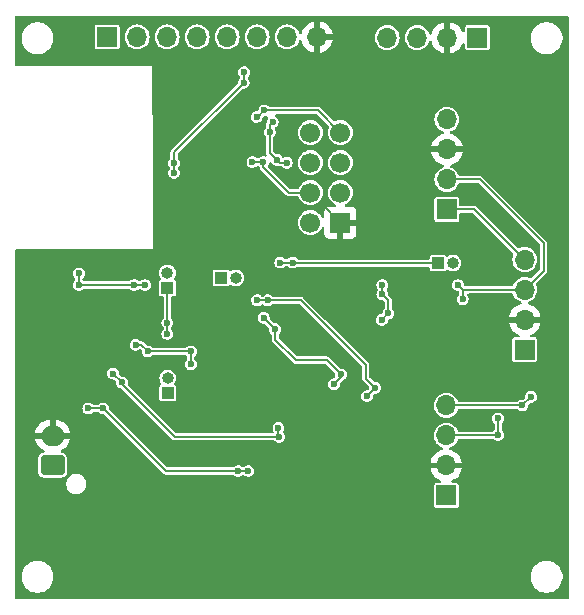
<source format=gbl>
G04 #@! TF.GenerationSoftware,KiCad,Pcbnew,8.0.8*
G04 #@! TF.CreationDate,2025-01-30T19:33:48+01:00*
G04 #@! TF.ProjectId,HAMS_node,48414d53-5f6e-46f6-9465-2e6b69636164,rev?*
G04 #@! TF.SameCoordinates,Original*
G04 #@! TF.FileFunction,Copper,L2,Bot*
G04 #@! TF.FilePolarity,Positive*
%FSLAX46Y46*%
G04 Gerber Fmt 4.6, Leading zero omitted, Abs format (unit mm)*
G04 Created by KiCad (PCBNEW 8.0.8) date 2025-01-30 19:33:48*
%MOMM*%
%LPD*%
G01*
G04 APERTURE LIST*
G04 Aperture macros list*
%AMRoundRect*
0 Rectangle with rounded corners*
0 $1 Rounding radius*
0 $2 $3 $4 $5 $6 $7 $8 $9 X,Y pos of 4 corners*
0 Add a 4 corners polygon primitive as box body*
4,1,4,$2,$3,$4,$5,$6,$7,$8,$9,$2,$3,0*
0 Add four circle primitives for the rounded corners*
1,1,$1+$1,$2,$3*
1,1,$1+$1,$4,$5*
1,1,$1+$1,$6,$7*
1,1,$1+$1,$8,$9*
0 Add four rect primitives between the rounded corners*
20,1,$1+$1,$2,$3,$4,$5,0*
20,1,$1+$1,$4,$5,$6,$7,0*
20,1,$1+$1,$6,$7,$8,$9,0*
20,1,$1+$1,$8,$9,$2,$3,0*%
G04 Aperture macros list end*
G04 #@! TA.AperFunction,ComponentPad*
%ADD10R,1.000000X1.000000*%
G04 #@! TD*
G04 #@! TA.AperFunction,ComponentPad*
%ADD11O,1.000000X1.000000*%
G04 #@! TD*
G04 #@! TA.AperFunction,ComponentPad*
%ADD12O,2.000000X1.700000*%
G04 #@! TD*
G04 #@! TA.AperFunction,ComponentPad*
%ADD13RoundRect,0.250000X0.750000X-0.600000X0.750000X0.600000X-0.750000X0.600000X-0.750000X-0.600000X0*%
G04 #@! TD*
G04 #@! TA.AperFunction,ComponentPad*
%ADD14R,1.700000X1.700000*%
G04 #@! TD*
G04 #@! TA.AperFunction,ComponentPad*
%ADD15O,1.700000X1.700000*%
G04 #@! TD*
G04 #@! TA.AperFunction,ComponentPad*
%ADD16C,1.700000*%
G04 #@! TD*
G04 #@! TA.AperFunction,ViaPad*
%ADD17C,0.600000*%
G04 #@! TD*
G04 #@! TA.AperFunction,Conductor*
%ADD18C,0.200000*%
G04 #@! TD*
G04 APERTURE END LIST*
D10*
X202700000Y-78850000D03*
D11*
X203970000Y-78850000D03*
X185595000Y-80100000D03*
D10*
X184325000Y-80100000D03*
X179825000Y-89850000D03*
D11*
X179825000Y-88580000D03*
D10*
X179800000Y-80945000D03*
D11*
X179800000Y-79675000D03*
D12*
X170075000Y-93450000D03*
D13*
X170075000Y-95950000D03*
D14*
X203410000Y-98520000D03*
D15*
X203410000Y-95980000D03*
X203410000Y-93440000D03*
X203410000Y-90900000D03*
D14*
X206030000Y-59750000D03*
D15*
X203490000Y-59750000D03*
X200950000Y-59750000D03*
X198410000Y-59750000D03*
D14*
X210050000Y-86180000D03*
D15*
X210050000Y-83640000D03*
X210050000Y-81100000D03*
X210050000Y-78560000D03*
D14*
X203460000Y-74300000D03*
D15*
X203460000Y-71760000D03*
X203460000Y-69220000D03*
X203460000Y-66680000D03*
D14*
X174700000Y-59700000D03*
D15*
X177240000Y-59700000D03*
X179780000Y-59700000D03*
X182320000Y-59700000D03*
X184860000Y-59700000D03*
X187400000Y-59700000D03*
X189940000Y-59700000D03*
X192480000Y-59700000D03*
D14*
X194439500Y-75420000D03*
D16*
X191899500Y-75420000D03*
X194439500Y-72880000D03*
X191899500Y-72880000D03*
X194439500Y-70340000D03*
X191899500Y-70340000D03*
X194439500Y-67800000D03*
X191899500Y-67800000D03*
D17*
X187000000Y-70285000D03*
X189200000Y-92800000D03*
X188700000Y-66900000D03*
X188000000Y-65925000D03*
X186300000Y-62700000D03*
X180355000Y-71200000D03*
X189900000Y-70340000D03*
X198000000Y-80700000D03*
X197950000Y-83650000D03*
X204400000Y-80700000D03*
X188300000Y-82000000D03*
X185800000Y-96450000D03*
X175200000Y-88200000D03*
X173100000Y-91150000D03*
X177100000Y-85770000D03*
X181775000Y-87400000D03*
X187937500Y-83462500D03*
X193900000Y-89100000D03*
X196700000Y-90100000D03*
X210575000Y-90175000D03*
X207800000Y-92000000D03*
X180800000Y-95700000D03*
X176700000Y-95800000D03*
X177000000Y-80700000D03*
X172300000Y-79725000D03*
X179800000Y-84850000D03*
X204800000Y-81900000D03*
X199550000Y-98500000D03*
X198850000Y-96000000D03*
X177375000Y-88000000D03*
X183150000Y-94975000D03*
X186275000Y-95075000D03*
X195600000Y-77900000D03*
X207325000Y-82525000D03*
X180550000Y-99225000D03*
X212400000Y-96000000D03*
X196550000Y-96350000D03*
X171850000Y-99400000D03*
X199900000Y-76850000D03*
X211500000Y-71900000D03*
X172750000Y-106525000D03*
X169050000Y-97750000D03*
X183800000Y-99650000D03*
X191650000Y-80150000D03*
X181550000Y-72800000D03*
X199900000Y-80750000D03*
X195300000Y-89500000D03*
X186200000Y-91350000D03*
X168000000Y-85800000D03*
X207600000Y-63800000D03*
X202250000Y-63750000D03*
X191150000Y-106500000D03*
X174150000Y-89475000D03*
X199900000Y-79800000D03*
X205350000Y-70100000D03*
X196800000Y-101075000D03*
X177275000Y-84125000D03*
X179225000Y-68725000D03*
X172000000Y-61225000D03*
X194400000Y-92000000D03*
X168875000Y-88175000D03*
X194400000Y-63700000D03*
X189600000Y-80150000D03*
X172025000Y-58675000D03*
X177400000Y-79200000D03*
X191250000Y-85150000D03*
X168525000Y-99700000D03*
X205600000Y-95700000D03*
X211500000Y-66550000D03*
X189700000Y-97325000D03*
X182650000Y-91275000D03*
X191150000Y-63700000D03*
X201000000Y-94700000D03*
X211500000Y-69200000D03*
X192600000Y-93200000D03*
X172000000Y-94650000D03*
X180000000Y-106475000D03*
X183600000Y-85750000D03*
X168000000Y-78400000D03*
X190800000Y-74250000D03*
X189875000Y-94875000D03*
X179225000Y-64275000D03*
X192900000Y-77200000D03*
X207225000Y-79550000D03*
X190950000Y-86100000D03*
X189000000Y-83000000D03*
X201225000Y-100850000D03*
X189900000Y-77100000D03*
X200000000Y-61550000D03*
X183000000Y-72800000D03*
X168000000Y-81950000D03*
X201150000Y-97200000D03*
X168000000Y-83250000D03*
X201975000Y-81250000D03*
X199900000Y-77850000D03*
X199850000Y-84850000D03*
X182800000Y-76800000D03*
X189850000Y-73675000D03*
X181700000Y-103025000D03*
X178075000Y-99275000D03*
X179225000Y-71825000D03*
X205600000Y-92600000D03*
X212400000Y-93400000D03*
X212400000Y-91000000D03*
X197500000Y-91200000D03*
X185175000Y-84175000D03*
X179225000Y-75125000D03*
X205000000Y-76850000D03*
X202200000Y-61600000D03*
X193141794Y-88324000D03*
X172000000Y-92450000D03*
X182325000Y-84100000D03*
X207350000Y-87950000D03*
X182250000Y-71250000D03*
X202350000Y-76500000D03*
X196300000Y-93200000D03*
X195375000Y-79875000D03*
X171000000Y-103100000D03*
X189300000Y-87200000D03*
X191250000Y-99575000D03*
X183350000Y-106525000D03*
X196100000Y-59800000D03*
X173800000Y-99400000D03*
X195400000Y-81225000D03*
X207600000Y-62400000D03*
X186242500Y-63592500D03*
X180355000Y-70375000D03*
X178150000Y-86325000D03*
X181775000Y-86325000D03*
X172300000Y-80700000D03*
X177900000Y-80700000D03*
X179800000Y-83900000D03*
X190400000Y-78800000D03*
X189350000Y-78800000D03*
X186650000Y-96450000D03*
X174375000Y-91150000D03*
X194491794Y-88274000D03*
X188925000Y-84450000D03*
X187400000Y-82000000D03*
X197375000Y-89400000D03*
X175950000Y-88950000D03*
X189250000Y-93550000D03*
X207800000Y-93400000D03*
X209850000Y-90900000D03*
X198000000Y-81500000D03*
X198500000Y-83100000D03*
X187900000Y-70300000D03*
X187350000Y-66475000D03*
X188450000Y-67750000D03*
X189050000Y-70100000D03*
D18*
X186300000Y-63535000D02*
X186242500Y-63592500D01*
X186300000Y-62700000D02*
X186300000Y-63535000D01*
X204400000Y-80700000D02*
X204800000Y-81100000D01*
X204800000Y-81100000D02*
X210050000Y-81100000D01*
X187885000Y-70285000D02*
X187900000Y-70300000D01*
X187000000Y-70285000D02*
X187885000Y-70285000D01*
X187900000Y-70710000D02*
X190070000Y-72880000D01*
X187900000Y-70300000D02*
X187900000Y-70710000D01*
X190070000Y-72880000D02*
X191899500Y-72880000D01*
X189200000Y-92800000D02*
X189200000Y-93500000D01*
X189200000Y-93500000D02*
X189250000Y-93550000D01*
X188700000Y-66900000D02*
X188450000Y-67150000D01*
X188450000Y-67150000D02*
X188450000Y-67750000D01*
X187450000Y-66475000D02*
X188000000Y-65925000D01*
X187350000Y-66475000D02*
X187450000Y-66475000D01*
X188000000Y-65925000D02*
X192564500Y-65925000D01*
X180355000Y-71200000D02*
X180355000Y-70375000D01*
X189290000Y-70340000D02*
X189050000Y-70100000D01*
X189900000Y-70340000D02*
X189290000Y-70340000D01*
X198500000Y-83100000D02*
X197950000Y-83650000D01*
X198000000Y-80700000D02*
X198000000Y-81500000D01*
X204800000Y-81100000D02*
X204800000Y-81900000D01*
X196600000Y-88625000D02*
X197375000Y-89400000D01*
X188300000Y-82000000D02*
X191100000Y-82000000D01*
X187400000Y-82000000D02*
X188300000Y-82000000D01*
X196600000Y-87500000D02*
X196600000Y-88625000D01*
X191100000Y-82000000D02*
X196600000Y-87500000D01*
X185800000Y-96450000D02*
X186650000Y-96450000D01*
X175200000Y-88200000D02*
X175950000Y-88950000D01*
X173100000Y-91150000D02*
X174375000Y-91150000D01*
X177100000Y-85770000D02*
X177595000Y-85770000D01*
X177595000Y-85770000D02*
X178150000Y-86325000D01*
X181775000Y-87400000D02*
X181775000Y-86325000D01*
X187937500Y-83462500D02*
X188925000Y-84450000D01*
X194491794Y-88508206D02*
X193900000Y-89100000D01*
X194491794Y-88274000D02*
X194491794Y-88508206D01*
X197375000Y-89425000D02*
X196700000Y-90100000D01*
X197375000Y-89400000D02*
X197375000Y-89425000D01*
X210575000Y-90175000D02*
X209850000Y-90900000D01*
X207800000Y-92000000D02*
X207800000Y-93400000D01*
X179675000Y-96450000D02*
X185800000Y-96450000D01*
X174375000Y-91150000D02*
X179675000Y-96450000D01*
X177900000Y-80700000D02*
X177000000Y-80700000D01*
X177000000Y-80700000D02*
X172300000Y-80700000D01*
X179800000Y-83900000D02*
X179800000Y-80945000D01*
X193266794Y-87049000D02*
X194491794Y-88274000D01*
X188925000Y-85325000D02*
X190649000Y-87049000D01*
X188925000Y-84450000D02*
X188925000Y-85325000D01*
X190649000Y-87049000D02*
X193266794Y-87049000D01*
X172300000Y-79725000D02*
X172300000Y-80700000D01*
X178150000Y-86325000D02*
X181775000Y-86325000D01*
X179800000Y-83900000D02*
X179800000Y-84850000D01*
X206260000Y-71760000D02*
X203460000Y-71760000D01*
X211650000Y-77150000D02*
X206260000Y-71760000D01*
X211650000Y-79500000D02*
X211650000Y-77150000D01*
X210050000Y-81100000D02*
X211650000Y-79500000D01*
X180400000Y-93550000D02*
X189250000Y-93550000D01*
X175950000Y-89100000D02*
X180400000Y-93550000D01*
X175950000Y-88950000D02*
X175950000Y-89100000D01*
X194439500Y-75420000D02*
X192950000Y-73930500D01*
X192950000Y-73930500D02*
X192950000Y-73900000D01*
X186242500Y-63592500D02*
X180355000Y-69480000D01*
X180355000Y-69480000D02*
X180355000Y-70375000D01*
X189350000Y-78800000D02*
X190400000Y-78800000D01*
X190450000Y-78850000D02*
X190400000Y-78800000D01*
X201650000Y-78850000D02*
X202700000Y-78850000D01*
X201650000Y-78850000D02*
X190450000Y-78850000D01*
X207800000Y-93400000D02*
X207760000Y-93440000D01*
X207760000Y-93440000D02*
X203410000Y-93440000D01*
X209850000Y-90900000D02*
X203410000Y-90900000D01*
X205790000Y-74300000D02*
X203460000Y-74300000D01*
X210050000Y-78560000D02*
X205790000Y-74300000D01*
X198500000Y-82000000D02*
X198000000Y-81500000D01*
X198500000Y-83100000D02*
X198500000Y-82000000D01*
X192564500Y-65925000D02*
X194439500Y-67800000D01*
X188450000Y-69500000D02*
X189050000Y-70100000D01*
X188450000Y-67750000D02*
X188450000Y-69500000D01*
G04 #@! TA.AperFunction,Conductor*
G36*
X213742539Y-57920185D02*
G01*
X213788294Y-57972989D01*
X213799500Y-58024500D01*
X213799500Y-107175500D01*
X213779815Y-107242539D01*
X213727011Y-107288294D01*
X213675500Y-107299500D01*
X167024500Y-107299500D01*
X166957461Y-107279815D01*
X166911706Y-107227011D01*
X166900500Y-107175500D01*
X166900500Y-105293713D01*
X167449500Y-105293713D01*
X167449500Y-105506286D01*
X167482753Y-105716239D01*
X167548444Y-105918414D01*
X167644951Y-106107820D01*
X167769890Y-106279786D01*
X167920213Y-106430109D01*
X168092179Y-106555048D01*
X168092181Y-106555049D01*
X168092184Y-106555051D01*
X168281588Y-106651557D01*
X168483757Y-106717246D01*
X168693713Y-106750500D01*
X168693714Y-106750500D01*
X168906286Y-106750500D01*
X168906287Y-106750500D01*
X169116243Y-106717246D01*
X169318412Y-106651557D01*
X169507816Y-106555051D01*
X169529789Y-106539086D01*
X169679786Y-106430109D01*
X169679788Y-106430106D01*
X169679792Y-106430104D01*
X169830104Y-106279792D01*
X169830106Y-106279788D01*
X169830109Y-106279786D01*
X169955048Y-106107820D01*
X169955047Y-106107820D01*
X169955051Y-106107816D01*
X170051557Y-105918412D01*
X170117246Y-105716243D01*
X170150500Y-105506287D01*
X170150500Y-105293713D01*
X210549500Y-105293713D01*
X210549500Y-105506286D01*
X210582753Y-105716239D01*
X210648444Y-105918414D01*
X210744951Y-106107820D01*
X210869890Y-106279786D01*
X211020213Y-106430109D01*
X211192179Y-106555048D01*
X211192181Y-106555049D01*
X211192184Y-106555051D01*
X211381588Y-106651557D01*
X211583757Y-106717246D01*
X211793713Y-106750500D01*
X211793714Y-106750500D01*
X212006286Y-106750500D01*
X212006287Y-106750500D01*
X212216243Y-106717246D01*
X212418412Y-106651557D01*
X212607816Y-106555051D01*
X212629789Y-106539086D01*
X212779786Y-106430109D01*
X212779788Y-106430106D01*
X212779792Y-106430104D01*
X212930104Y-106279792D01*
X212930106Y-106279788D01*
X212930109Y-106279786D01*
X213055048Y-106107820D01*
X213055047Y-106107820D01*
X213055051Y-106107816D01*
X213151557Y-105918412D01*
X213217246Y-105716243D01*
X213250500Y-105506287D01*
X213250500Y-105293713D01*
X213217246Y-105083757D01*
X213151557Y-104881588D01*
X213055051Y-104692184D01*
X213055049Y-104692181D01*
X213055048Y-104692179D01*
X212930109Y-104520213D01*
X212779786Y-104369890D01*
X212607820Y-104244951D01*
X212418414Y-104148444D01*
X212418413Y-104148443D01*
X212418412Y-104148443D01*
X212216243Y-104082754D01*
X212216241Y-104082753D01*
X212216240Y-104082753D01*
X212054957Y-104057208D01*
X212006287Y-104049500D01*
X211793713Y-104049500D01*
X211745042Y-104057208D01*
X211583760Y-104082753D01*
X211381585Y-104148444D01*
X211192179Y-104244951D01*
X211020213Y-104369890D01*
X210869890Y-104520213D01*
X210744951Y-104692179D01*
X210648444Y-104881585D01*
X210582753Y-105083760D01*
X210549500Y-105293713D01*
X170150500Y-105293713D01*
X170117246Y-105083757D01*
X170051557Y-104881588D01*
X169955051Y-104692184D01*
X169955049Y-104692181D01*
X169955048Y-104692179D01*
X169830109Y-104520213D01*
X169679786Y-104369890D01*
X169507820Y-104244951D01*
X169318414Y-104148444D01*
X169318413Y-104148443D01*
X169318412Y-104148443D01*
X169116243Y-104082754D01*
X169116241Y-104082753D01*
X169116240Y-104082753D01*
X168954957Y-104057208D01*
X168906287Y-104049500D01*
X168693713Y-104049500D01*
X168645042Y-104057208D01*
X168483760Y-104082753D01*
X168281585Y-104148444D01*
X168092179Y-104244951D01*
X167920213Y-104369890D01*
X167769890Y-104520213D01*
X167644951Y-104692179D01*
X167548444Y-104881585D01*
X167482753Y-105083760D01*
X167449500Y-105293713D01*
X166900500Y-105293713D01*
X166900500Y-97466228D01*
X171224500Y-97466228D01*
X171224500Y-97633771D01*
X171257182Y-97798074D01*
X171257184Y-97798082D01*
X171321295Y-97952860D01*
X171414373Y-98092162D01*
X171532837Y-98210626D01*
X171625494Y-98272537D01*
X171672137Y-98303703D01*
X171826918Y-98367816D01*
X171991228Y-98400499D01*
X171991232Y-98400500D01*
X171991233Y-98400500D01*
X172158768Y-98400500D01*
X172158769Y-98400499D01*
X172323082Y-98367816D01*
X172477863Y-98303703D01*
X172617162Y-98210626D01*
X172735626Y-98092162D01*
X172828703Y-97952863D01*
X172892816Y-97798082D01*
X172925500Y-97633767D01*
X172925500Y-97466233D01*
X172892816Y-97301918D01*
X172828703Y-97147137D01*
X172797537Y-97100494D01*
X172735626Y-97007837D01*
X172617162Y-96889373D01*
X172477860Y-96796295D01*
X172323082Y-96732184D01*
X172323074Y-96732182D01*
X172158771Y-96699500D01*
X172158767Y-96699500D01*
X171991233Y-96699500D01*
X171991228Y-96699500D01*
X171826925Y-96732182D01*
X171826917Y-96732184D01*
X171672139Y-96796295D01*
X171532837Y-96889373D01*
X171414373Y-97007837D01*
X171321295Y-97147139D01*
X171257184Y-97301917D01*
X171257182Y-97301925D01*
X171224500Y-97466228D01*
X166900500Y-97466228D01*
X166900500Y-93200000D01*
X168597769Y-93200000D01*
X169641988Y-93200000D01*
X169609075Y-93257007D01*
X169575000Y-93384174D01*
X169575000Y-93515826D01*
X169609075Y-93642993D01*
X169641988Y-93700000D01*
X168597769Y-93700000D01*
X168608242Y-93766126D01*
X168608242Y-93766129D01*
X168673904Y-93968217D01*
X168770379Y-94157557D01*
X168895272Y-94329459D01*
X168895276Y-94329464D01*
X169045535Y-94479723D01*
X169045540Y-94479727D01*
X169217442Y-94604620D01*
X169335971Y-94665015D01*
X169386767Y-94712990D01*
X169403562Y-94780811D01*
X169381024Y-94846946D01*
X169326309Y-94890397D01*
X169279676Y-94899500D01*
X169270730Y-94899500D01*
X169240300Y-94902353D01*
X169240298Y-94902353D01*
X169112119Y-94947206D01*
X169112117Y-94947207D01*
X169002850Y-95027850D01*
X168922207Y-95137117D01*
X168922206Y-95137119D01*
X168877353Y-95265298D01*
X168877353Y-95265300D01*
X168874500Y-95295730D01*
X168874500Y-96604269D01*
X168877353Y-96634699D01*
X168877353Y-96634701D01*
X168911465Y-96732184D01*
X168922207Y-96762882D01*
X169002850Y-96872150D01*
X169112118Y-96952793D01*
X169154845Y-96967744D01*
X169240299Y-96997646D01*
X169270730Y-97000500D01*
X169270734Y-97000500D01*
X170879270Y-97000500D01*
X170909699Y-96997646D01*
X170909701Y-96997646D01*
X170973790Y-96975219D01*
X171037882Y-96952793D01*
X171147150Y-96872150D01*
X171227793Y-96762882D01*
X171253133Y-96690464D01*
X171272646Y-96634701D01*
X171272646Y-96634699D01*
X171275500Y-96604269D01*
X171275500Y-95295730D01*
X171272646Y-95265300D01*
X171272646Y-95265298D01*
X171227793Y-95137119D01*
X171227792Y-95137117D01*
X171206982Y-95108920D01*
X171147150Y-95027850D01*
X171037882Y-94947207D01*
X171037880Y-94947206D01*
X170909700Y-94902353D01*
X170879270Y-94899500D01*
X170879266Y-94899500D01*
X170870324Y-94899500D01*
X170803285Y-94879815D01*
X170757530Y-94827011D01*
X170747586Y-94757853D01*
X170776611Y-94694297D01*
X170814029Y-94665015D01*
X170932557Y-94604620D01*
X171104459Y-94479727D01*
X171104464Y-94479723D01*
X171254723Y-94329464D01*
X171254727Y-94329459D01*
X171379620Y-94157557D01*
X171476095Y-93968217D01*
X171541757Y-93766129D01*
X171541757Y-93766126D01*
X171552231Y-93700000D01*
X170508012Y-93700000D01*
X170540925Y-93642993D01*
X170575000Y-93515826D01*
X170575000Y-93384174D01*
X170540925Y-93257007D01*
X170508012Y-93200000D01*
X171552231Y-93200000D01*
X171541757Y-93133873D01*
X171541757Y-93133870D01*
X171476095Y-92931782D01*
X171379620Y-92742442D01*
X171254727Y-92570540D01*
X171254723Y-92570535D01*
X171104464Y-92420276D01*
X171104459Y-92420272D01*
X170932557Y-92295379D01*
X170743217Y-92198904D01*
X170541129Y-92133242D01*
X170331246Y-92100000D01*
X170325000Y-92100000D01*
X170325000Y-93016988D01*
X170267993Y-92984075D01*
X170140826Y-92950000D01*
X170009174Y-92950000D01*
X169882007Y-92984075D01*
X169825000Y-93016988D01*
X169825000Y-92100000D01*
X169818754Y-92100000D01*
X169608872Y-92133242D01*
X169608869Y-92133242D01*
X169406782Y-92198904D01*
X169217442Y-92295379D01*
X169045540Y-92420272D01*
X169045535Y-92420276D01*
X168895276Y-92570535D01*
X168895272Y-92570540D01*
X168770379Y-92742442D01*
X168673904Y-92931782D01*
X168608242Y-93133870D01*
X168608242Y-93133873D01*
X168597769Y-93200000D01*
X166900500Y-93200000D01*
X166900500Y-91150000D01*
X172594353Y-91150000D01*
X172614834Y-91292456D01*
X172645660Y-91359954D01*
X172674623Y-91423373D01*
X172768872Y-91532143D01*
X172889947Y-91609953D01*
X172889950Y-91609954D01*
X172889949Y-91609954D01*
X172997107Y-91641417D01*
X173025280Y-91649690D01*
X173028036Y-91650499D01*
X173028038Y-91650500D01*
X173028039Y-91650500D01*
X173171962Y-91650500D01*
X173171962Y-91650499D01*
X173310053Y-91609953D01*
X173431128Y-91532143D01*
X173464788Y-91493296D01*
X173523567Y-91455523D01*
X173558501Y-91450500D01*
X173916499Y-91450500D01*
X173983538Y-91470185D01*
X174010211Y-91493296D01*
X174043872Y-91532143D01*
X174164947Y-91609953D01*
X174164950Y-91609954D01*
X174164949Y-91609954D01*
X174272107Y-91641417D01*
X174300280Y-91649690D01*
X174303036Y-91650499D01*
X174303038Y-91650500D01*
X174399167Y-91650500D01*
X174466206Y-91670185D01*
X174486848Y-91686819D01*
X179434540Y-96634511D01*
X179490489Y-96690460D01*
X179490491Y-96690461D01*
X179490495Y-96690464D01*
X179547493Y-96723371D01*
X179559011Y-96730021D01*
X179635438Y-96750500D01*
X179714562Y-96750500D01*
X185341499Y-96750500D01*
X185408538Y-96770185D01*
X185435211Y-96793296D01*
X185468872Y-96832143D01*
X185589947Y-96909953D01*
X185589950Y-96909954D01*
X185589949Y-96909954D01*
X185728036Y-96950499D01*
X185728038Y-96950500D01*
X185728039Y-96950500D01*
X185871962Y-96950500D01*
X185871962Y-96950499D01*
X186010053Y-96909953D01*
X186131128Y-96832143D01*
X186131285Y-96831961D01*
X186131486Y-96831832D01*
X186137828Y-96826337D01*
X186138617Y-96827248D01*
X186190059Y-96794186D01*
X186259929Y-96794182D01*
X186311384Y-96827246D01*
X186312172Y-96826337D01*
X186318492Y-96831813D01*
X186318705Y-96831950D01*
X186318872Y-96832143D01*
X186318873Y-96832144D01*
X186348342Y-96851082D01*
X186439947Y-96909953D01*
X186439950Y-96909954D01*
X186439949Y-96909954D01*
X186578036Y-96950499D01*
X186578038Y-96950500D01*
X186578039Y-96950500D01*
X186721962Y-96950500D01*
X186721962Y-96950499D01*
X186860053Y-96909953D01*
X186981128Y-96832143D01*
X187075377Y-96723373D01*
X187135165Y-96592457D01*
X187155647Y-96450000D01*
X187135165Y-96307543D01*
X187075377Y-96176627D01*
X186981128Y-96067857D01*
X186860053Y-95990047D01*
X186860051Y-95990046D01*
X186860049Y-95990045D01*
X186860050Y-95990045D01*
X186721963Y-95949500D01*
X186721961Y-95949500D01*
X186578039Y-95949500D01*
X186578036Y-95949500D01*
X186439949Y-95990045D01*
X186318872Y-96067857D01*
X186318711Y-96068043D01*
X186318504Y-96068175D01*
X186312172Y-96073663D01*
X186311382Y-96072752D01*
X186259932Y-96105816D01*
X186190063Y-96105814D01*
X186138617Y-96072752D01*
X186137828Y-96073663D01*
X186131495Y-96068175D01*
X186131289Y-96068043D01*
X186131128Y-96067857D01*
X186010053Y-95990047D01*
X186010051Y-95990046D01*
X186010049Y-95990045D01*
X186010050Y-95990045D01*
X185871963Y-95949500D01*
X185871961Y-95949500D01*
X185728039Y-95949500D01*
X185728036Y-95949500D01*
X185589949Y-95990045D01*
X185468873Y-96067856D01*
X185468872Y-96067856D01*
X185468872Y-96067857D01*
X185435981Y-96105816D01*
X185435212Y-96106703D01*
X185376433Y-96144477D01*
X185341499Y-96149500D01*
X179850833Y-96149500D01*
X179783794Y-96129815D01*
X179763152Y-96113181D01*
X179379970Y-95729999D01*
X202079364Y-95729999D01*
X202079364Y-95730000D01*
X202976988Y-95730000D01*
X202944075Y-95787007D01*
X202910000Y-95914174D01*
X202910000Y-96045826D01*
X202944075Y-96172993D01*
X202976988Y-96230000D01*
X202079364Y-96230000D01*
X202136567Y-96443486D01*
X202136570Y-96443492D01*
X202236399Y-96657578D01*
X202371894Y-96851082D01*
X202538917Y-97018105D01*
X202732421Y-97153600D01*
X202902948Y-97233118D01*
X202955387Y-97279290D01*
X202974539Y-97346484D01*
X202954323Y-97413365D01*
X202901158Y-97458700D01*
X202850543Y-97469500D01*
X202540247Y-97469500D01*
X202481770Y-97481131D01*
X202481769Y-97481132D01*
X202415447Y-97525447D01*
X202371132Y-97591769D01*
X202371131Y-97591770D01*
X202359500Y-97650247D01*
X202359500Y-99389752D01*
X202371131Y-99448229D01*
X202371132Y-99448230D01*
X202415447Y-99514552D01*
X202481769Y-99558867D01*
X202481770Y-99558868D01*
X202540247Y-99570499D01*
X202540250Y-99570500D01*
X202540252Y-99570500D01*
X204279750Y-99570500D01*
X204279751Y-99570499D01*
X204294568Y-99567552D01*
X204338229Y-99558868D01*
X204338229Y-99558867D01*
X204338231Y-99558867D01*
X204404552Y-99514552D01*
X204448867Y-99448231D01*
X204448867Y-99448229D01*
X204448868Y-99448229D01*
X204460499Y-99389752D01*
X204460500Y-99389750D01*
X204460500Y-97650249D01*
X204460499Y-97650247D01*
X204448868Y-97591770D01*
X204448867Y-97591769D01*
X204404552Y-97525447D01*
X204338230Y-97481132D01*
X204338229Y-97481131D01*
X204279752Y-97469500D01*
X204279748Y-97469500D01*
X203969457Y-97469500D01*
X203902418Y-97449815D01*
X203856663Y-97397011D01*
X203846719Y-97327853D01*
X203875744Y-97264297D01*
X203917052Y-97233118D01*
X204087578Y-97153600D01*
X204281082Y-97018105D01*
X204448105Y-96851082D01*
X204583600Y-96657578D01*
X204683429Y-96443492D01*
X204683432Y-96443486D01*
X204740636Y-96230000D01*
X203843012Y-96230000D01*
X203875925Y-96172993D01*
X203910000Y-96045826D01*
X203910000Y-95914174D01*
X203875925Y-95787007D01*
X203843012Y-95730000D01*
X204740636Y-95730000D01*
X204740635Y-95729999D01*
X204683432Y-95516513D01*
X204683429Y-95516507D01*
X204583600Y-95302422D01*
X204583599Y-95302420D01*
X204448113Y-95108926D01*
X204448108Y-95108920D01*
X204281082Y-94941894D01*
X204087578Y-94806399D01*
X203873492Y-94706570D01*
X203873486Y-94706567D01*
X203751349Y-94673841D01*
X203691689Y-94637476D01*
X203661160Y-94574629D01*
X203669455Y-94505253D01*
X203713940Y-94451375D01*
X203747444Y-94435407D01*
X203813954Y-94415232D01*
X203996450Y-94317685D01*
X204156410Y-94186410D01*
X204287685Y-94026450D01*
X204385232Y-93843954D01*
X204389919Y-93828503D01*
X204428217Y-93770065D01*
X204492030Y-93741609D01*
X204508579Y-93740500D01*
X207376160Y-93740500D01*
X207443199Y-93760185D01*
X207462029Y-93776501D01*
X207462172Y-93776337D01*
X207468868Y-93782138D01*
X207468872Y-93782143D01*
X207589947Y-93859953D01*
X207589950Y-93859954D01*
X207589949Y-93859954D01*
X207728036Y-93900499D01*
X207728038Y-93900500D01*
X207728039Y-93900500D01*
X207871962Y-93900500D01*
X207871962Y-93900499D01*
X208010053Y-93859953D01*
X208131128Y-93782143D01*
X208225377Y-93673373D01*
X208285165Y-93542457D01*
X208305647Y-93400000D01*
X208285165Y-93257543D01*
X208225377Y-93126627D01*
X208225375Y-93126625D01*
X208225374Y-93126622D01*
X208130787Y-93017462D01*
X208101762Y-92953906D01*
X208100500Y-92936260D01*
X208100500Y-92463738D01*
X208120185Y-92396699D01*
X208130787Y-92382535D01*
X208131124Y-92382144D01*
X208131128Y-92382143D01*
X208225377Y-92273373D01*
X208285165Y-92142457D01*
X208305647Y-92000000D01*
X208285165Y-91857543D01*
X208225377Y-91726627D01*
X208131128Y-91617857D01*
X208010053Y-91540047D01*
X208010051Y-91540046D01*
X208010049Y-91540045D01*
X208010050Y-91540045D01*
X207871963Y-91499500D01*
X207871961Y-91499500D01*
X207728039Y-91499500D01*
X207728036Y-91499500D01*
X207589949Y-91540045D01*
X207468873Y-91617856D01*
X207374623Y-91726626D01*
X207374622Y-91726628D01*
X207314834Y-91857543D01*
X207294353Y-92000000D01*
X207314834Y-92142456D01*
X207374622Y-92273371D01*
X207374623Y-92273373D01*
X207468872Y-92382143D01*
X207468875Y-92382144D01*
X207469213Y-92382535D01*
X207498238Y-92446091D01*
X207499500Y-92463738D01*
X207499500Y-92936260D01*
X207479815Y-93003299D01*
X207469213Y-93017462D01*
X207400552Y-93096702D01*
X207341775Y-93134477D01*
X207306839Y-93139500D01*
X204508579Y-93139500D01*
X204441540Y-93119815D01*
X204395785Y-93067011D01*
X204389919Y-93051497D01*
X204389435Y-93049901D01*
X204385232Y-93036046D01*
X204287685Y-92853550D01*
X204196502Y-92742442D01*
X204156410Y-92693589D01*
X203996452Y-92562317D01*
X203996453Y-92562317D01*
X203996450Y-92562315D01*
X203813954Y-92464768D01*
X203615934Y-92404700D01*
X203615932Y-92404699D01*
X203615934Y-92404699D01*
X203410000Y-92384417D01*
X203204067Y-92404699D01*
X203028692Y-92457898D01*
X203009442Y-92463738D01*
X203006043Y-92464769D01*
X202895898Y-92523643D01*
X202823550Y-92562315D01*
X202823548Y-92562316D01*
X202823547Y-92562317D01*
X202663589Y-92693589D01*
X202532317Y-92853547D01*
X202434769Y-93036043D01*
X202374699Y-93234067D01*
X202354417Y-93440000D01*
X202374699Y-93645932D01*
X202401569Y-93734511D01*
X202434768Y-93843954D01*
X202532315Y-94026450D01*
X202552052Y-94050500D01*
X202663589Y-94186410D01*
X202760209Y-94265702D01*
X202823550Y-94317685D01*
X203006046Y-94415232D01*
X203072551Y-94435405D01*
X203130989Y-94473702D01*
X203159446Y-94537514D01*
X203148887Y-94606581D01*
X203102663Y-94658975D01*
X203068650Y-94673841D01*
X202946514Y-94706567D01*
X202946507Y-94706570D01*
X202732422Y-94806399D01*
X202732420Y-94806400D01*
X202538926Y-94941886D01*
X202538920Y-94941891D01*
X202371891Y-95108920D01*
X202371886Y-95108926D01*
X202236400Y-95302420D01*
X202236399Y-95302422D01*
X202136570Y-95516507D01*
X202136567Y-95516513D01*
X202079364Y-95729999D01*
X179379970Y-95729999D01*
X174914395Y-91264424D01*
X174880910Y-91203101D01*
X174879339Y-91159094D01*
X174880647Y-91150000D01*
X174860165Y-91007543D01*
X174800377Y-90876627D01*
X174706128Y-90767857D01*
X174585053Y-90690047D01*
X174585051Y-90690046D01*
X174585049Y-90690045D01*
X174585050Y-90690045D01*
X174446963Y-90649500D01*
X174446961Y-90649500D01*
X174303039Y-90649500D01*
X174303036Y-90649500D01*
X174164949Y-90690045D01*
X174043873Y-90767856D01*
X174010212Y-90806703D01*
X173951433Y-90844477D01*
X173916499Y-90849500D01*
X173558501Y-90849500D01*
X173491462Y-90829815D01*
X173464788Y-90806703D01*
X173431128Y-90767857D01*
X173310053Y-90690047D01*
X173310051Y-90690046D01*
X173310049Y-90690045D01*
X173310050Y-90690045D01*
X173171963Y-90649500D01*
X173171961Y-90649500D01*
X173028039Y-90649500D01*
X173028036Y-90649500D01*
X172889949Y-90690045D01*
X172768873Y-90767856D01*
X172674623Y-90876626D01*
X172674622Y-90876628D01*
X172614834Y-91007543D01*
X172594353Y-91150000D01*
X166900500Y-91150000D01*
X166900500Y-88200000D01*
X174694353Y-88200000D01*
X174714834Y-88342456D01*
X174763568Y-88449167D01*
X174774623Y-88473373D01*
X174868872Y-88582143D01*
X174989947Y-88659953D01*
X174989950Y-88659954D01*
X174989949Y-88659954D01*
X175046737Y-88676628D01*
X175125280Y-88699690D01*
X175128036Y-88700499D01*
X175128038Y-88700500D01*
X175224167Y-88700500D01*
X175291206Y-88720185D01*
X175311848Y-88736819D01*
X175410604Y-88835575D01*
X175444089Y-88896898D01*
X175445661Y-88940902D01*
X175444353Y-88949999D01*
X175464834Y-89092456D01*
X175501368Y-89172453D01*
X175524623Y-89223373D01*
X175618872Y-89332143D01*
X175739947Y-89409953D01*
X175844119Y-89440540D01*
X175896864Y-89471835D01*
X180159540Y-93734511D01*
X180215489Y-93790460D01*
X180215491Y-93790461D01*
X180215495Y-93790464D01*
X180272493Y-93823371D01*
X180284011Y-93830021D01*
X180360438Y-93850500D01*
X180439562Y-93850500D01*
X188791499Y-93850500D01*
X188858538Y-93870185D01*
X188885211Y-93893296D01*
X188918872Y-93932143D01*
X189039947Y-94009953D01*
X189039950Y-94009954D01*
X189039949Y-94009954D01*
X189178036Y-94050499D01*
X189178038Y-94050500D01*
X189178039Y-94050500D01*
X189321962Y-94050500D01*
X189321962Y-94050499D01*
X189460053Y-94009953D01*
X189581128Y-93932143D01*
X189675377Y-93823373D01*
X189735165Y-93692457D01*
X189755647Y-93550000D01*
X189735165Y-93407543D01*
X189675377Y-93276627D01*
X189632456Y-93227093D01*
X189603432Y-93163539D01*
X189613376Y-93094381D01*
X189621858Y-93078847D01*
X189625368Y-93073382D01*
X189625377Y-93073373D01*
X189685165Y-92942457D01*
X189705647Y-92800000D01*
X189685165Y-92657543D01*
X189625377Y-92526627D01*
X189531128Y-92417857D01*
X189410053Y-92340047D01*
X189410051Y-92340046D01*
X189410049Y-92340045D01*
X189410050Y-92340045D01*
X189271963Y-92299500D01*
X189271961Y-92299500D01*
X189128039Y-92299500D01*
X189128036Y-92299500D01*
X188989949Y-92340045D01*
X188868873Y-92417856D01*
X188868872Y-92417856D01*
X188868872Y-92417857D01*
X188866776Y-92420276D01*
X188774623Y-92526626D01*
X188774622Y-92526628D01*
X188714834Y-92657543D01*
X188694353Y-92800000D01*
X188714834Y-92942456D01*
X188774904Y-93073988D01*
X188784848Y-93143147D01*
X188755823Y-93206702D01*
X188697045Y-93244477D01*
X188662110Y-93249500D01*
X180575833Y-93249500D01*
X180508794Y-93229815D01*
X180488152Y-93213181D01*
X178174971Y-90900000D01*
X202354417Y-90900000D01*
X202374699Y-91105932D01*
X202395157Y-91173373D01*
X202434768Y-91303954D01*
X202532315Y-91486450D01*
X202532317Y-91486452D01*
X202663589Y-91646410D01*
X202760209Y-91725702D01*
X202823550Y-91777685D01*
X203006046Y-91875232D01*
X203204066Y-91935300D01*
X203204065Y-91935300D01*
X203222529Y-91937118D01*
X203410000Y-91955583D01*
X203615934Y-91935300D01*
X203813954Y-91875232D01*
X203996450Y-91777685D01*
X204156410Y-91646410D01*
X204287685Y-91486450D01*
X204385232Y-91303954D01*
X204389919Y-91288503D01*
X204428217Y-91230065D01*
X204492030Y-91201609D01*
X204508579Y-91200500D01*
X209391499Y-91200500D01*
X209458538Y-91220185D01*
X209485211Y-91243296D01*
X209518872Y-91282143D01*
X209639947Y-91359953D01*
X209639950Y-91359954D01*
X209639949Y-91359954D01*
X209778036Y-91400499D01*
X209778038Y-91400500D01*
X209778039Y-91400500D01*
X209921962Y-91400500D01*
X209921962Y-91400499D01*
X210060053Y-91359953D01*
X210181128Y-91282143D01*
X210275377Y-91173373D01*
X210335165Y-91042457D01*
X210355647Y-90900000D01*
X210354339Y-90890905D01*
X210364279Y-90821749D01*
X210389390Y-90785579D01*
X210463153Y-90711816D01*
X210524475Y-90678334D01*
X210550832Y-90675500D01*
X210646962Y-90675500D01*
X210646962Y-90675499D01*
X210785053Y-90634953D01*
X210906128Y-90557143D01*
X211000377Y-90448373D01*
X211060165Y-90317457D01*
X211080647Y-90175000D01*
X211060165Y-90032543D01*
X211000377Y-89901627D01*
X210906128Y-89792857D01*
X210785053Y-89715047D01*
X210785051Y-89715046D01*
X210785049Y-89715045D01*
X210785050Y-89715045D01*
X210646963Y-89674500D01*
X210646961Y-89674500D01*
X210503039Y-89674500D01*
X210503036Y-89674500D01*
X210364949Y-89715045D01*
X210243873Y-89792856D01*
X210149623Y-89901626D01*
X210149622Y-89901628D01*
X210089834Y-90032543D01*
X210069353Y-90175000D01*
X210069353Y-90175001D01*
X210070661Y-90184103D01*
X210060713Y-90253261D01*
X210035604Y-90289424D01*
X209961845Y-90363182D01*
X209900525Y-90396666D01*
X209874166Y-90399500D01*
X209778036Y-90399500D01*
X209639949Y-90440045D01*
X209518873Y-90517856D01*
X209485212Y-90556703D01*
X209426433Y-90594477D01*
X209391499Y-90599500D01*
X204508579Y-90599500D01*
X204441540Y-90579815D01*
X204395785Y-90527011D01*
X204389919Y-90511497D01*
X204389677Y-90510701D01*
X204385232Y-90496046D01*
X204287685Y-90313550D01*
X204229340Y-90242456D01*
X204156410Y-90153589D01*
X203996452Y-90022317D01*
X203996453Y-90022317D01*
X203996450Y-90022315D01*
X203813954Y-89924768D01*
X203615934Y-89864700D01*
X203615932Y-89864699D01*
X203615934Y-89864699D01*
X203410000Y-89844417D01*
X203204067Y-89864699D01*
X203006043Y-89924769D01*
X202895898Y-89983643D01*
X202823550Y-90022315D01*
X202823548Y-90022316D01*
X202823547Y-90022317D01*
X202663589Y-90153589D01*
X202532317Y-90313547D01*
X202532315Y-90313550D01*
X202502276Y-90369748D01*
X202434769Y-90496043D01*
X202374699Y-90694067D01*
X202354417Y-90900000D01*
X178174971Y-90900000D01*
X176470540Y-89195569D01*
X176437055Y-89134246D01*
X176435483Y-89090244D01*
X176455647Y-88950000D01*
X176435165Y-88807543D01*
X176375377Y-88676627D01*
X176291650Y-88580000D01*
X179119355Y-88580000D01*
X179139859Y-88748869D01*
X179139860Y-88748874D01*
X179195998Y-88896898D01*
X179200182Y-88907930D01*
X179262983Y-88998913D01*
X179284866Y-89065266D01*
X179267401Y-89132918D01*
X179229826Y-89172453D01*
X179180447Y-89205447D01*
X179136132Y-89271769D01*
X179136131Y-89271770D01*
X179124500Y-89330247D01*
X179124500Y-90369752D01*
X179136131Y-90428229D01*
X179136132Y-90428230D01*
X179180447Y-90494552D01*
X179246769Y-90538867D01*
X179246770Y-90538868D01*
X179305247Y-90550499D01*
X179305250Y-90550500D01*
X179305252Y-90550500D01*
X180344750Y-90550500D01*
X180344751Y-90550499D01*
X180359568Y-90547552D01*
X180403229Y-90538868D01*
X180403229Y-90538867D01*
X180403231Y-90538867D01*
X180469552Y-90494552D01*
X180513867Y-90428231D01*
X180513867Y-90428229D01*
X180513868Y-90428229D01*
X180525499Y-90369752D01*
X180525500Y-90369750D01*
X180525500Y-89330249D01*
X180525499Y-89330247D01*
X180513868Y-89271770D01*
X180513867Y-89271769D01*
X180469551Y-89205446D01*
X180420174Y-89172453D01*
X180375370Y-89118841D01*
X180366663Y-89049516D01*
X180387015Y-88998914D01*
X180449818Y-88907930D01*
X180510140Y-88748872D01*
X180530645Y-88580000D01*
X180510140Y-88411128D01*
X180449818Y-88252070D01*
X180428301Y-88220898D01*
X180385973Y-88159575D01*
X180353183Y-88112071D01*
X180258316Y-88028026D01*
X180225849Y-87999263D01*
X180075226Y-87920210D01*
X179910056Y-87879500D01*
X179739944Y-87879500D01*
X179574773Y-87920210D01*
X179424150Y-87999263D01*
X179296816Y-88112072D01*
X179200182Y-88252068D01*
X179139860Y-88411125D01*
X179139859Y-88411130D01*
X179119355Y-88580000D01*
X176291650Y-88580000D01*
X176281128Y-88567857D01*
X176160053Y-88490047D01*
X176160051Y-88490046D01*
X176160049Y-88490045D01*
X176160050Y-88490045D01*
X176021963Y-88449500D01*
X176021961Y-88449500D01*
X175925833Y-88449500D01*
X175858794Y-88429815D01*
X175838152Y-88413181D01*
X175739395Y-88314424D01*
X175705910Y-88253101D01*
X175704339Y-88209094D01*
X175705647Y-88200000D01*
X175685165Y-88057543D01*
X175625377Y-87926627D01*
X175531128Y-87817857D01*
X175410053Y-87740047D01*
X175410051Y-87740046D01*
X175410049Y-87740045D01*
X175410050Y-87740045D01*
X175271963Y-87699500D01*
X175271961Y-87699500D01*
X175128039Y-87699500D01*
X175128036Y-87699500D01*
X174989949Y-87740045D01*
X174868873Y-87817856D01*
X174774623Y-87926626D01*
X174774622Y-87926628D01*
X174714834Y-88057543D01*
X174694353Y-88200000D01*
X166900500Y-88200000D01*
X166900500Y-85770000D01*
X176594353Y-85770000D01*
X176614834Y-85912456D01*
X176628718Y-85942857D01*
X176674623Y-86043373D01*
X176768872Y-86152143D01*
X176889947Y-86229953D01*
X176889950Y-86229954D01*
X176889949Y-86229954D01*
X177028036Y-86270499D01*
X177028038Y-86270500D01*
X177028039Y-86270500D01*
X177171962Y-86270500D01*
X177171962Y-86270499D01*
X177310050Y-86229954D01*
X177310051Y-86229954D01*
X177310053Y-86229953D01*
X177420755Y-86158808D01*
X177487791Y-86139125D01*
X177554831Y-86158809D01*
X177575473Y-86175444D01*
X177610604Y-86210575D01*
X177644089Y-86271898D01*
X177645661Y-86315902D01*
X177644353Y-86324999D01*
X177664834Y-86467456D01*
X177724622Y-86598371D01*
X177724623Y-86598373D01*
X177818872Y-86707143D01*
X177939947Y-86784953D01*
X177939950Y-86784954D01*
X177939949Y-86784954D01*
X178078036Y-86825499D01*
X178078038Y-86825500D01*
X178078039Y-86825500D01*
X178221962Y-86825500D01*
X178221962Y-86825499D01*
X178329121Y-86794035D01*
X178360050Y-86784954D01*
X178360050Y-86784953D01*
X178360053Y-86784953D01*
X178481128Y-86707143D01*
X178514788Y-86668296D01*
X178573567Y-86630523D01*
X178608501Y-86625500D01*
X181316499Y-86625500D01*
X181383538Y-86645185D01*
X181410210Y-86668295D01*
X181443872Y-86707143D01*
X181443874Y-86707144D01*
X181444212Y-86707534D01*
X181473238Y-86771089D01*
X181474500Y-86788738D01*
X181474500Y-86936260D01*
X181454815Y-87003299D01*
X181444213Y-87017462D01*
X181349625Y-87126622D01*
X181349622Y-87126628D01*
X181289834Y-87257543D01*
X181269353Y-87400000D01*
X181289834Y-87542456D01*
X181310703Y-87588152D01*
X181349623Y-87673373D01*
X181443872Y-87782143D01*
X181564947Y-87859953D01*
X181564950Y-87859954D01*
X181564949Y-87859954D01*
X181703036Y-87900499D01*
X181703038Y-87900500D01*
X181703039Y-87900500D01*
X181846962Y-87900500D01*
X181846962Y-87900499D01*
X181985053Y-87859953D01*
X182106128Y-87782143D01*
X182200377Y-87673373D01*
X182260165Y-87542457D01*
X182280647Y-87400000D01*
X182260165Y-87257543D01*
X182200377Y-87126627D01*
X182200375Y-87126625D01*
X182200374Y-87126622D01*
X182105787Y-87017462D01*
X182076762Y-86953906D01*
X182075500Y-86936260D01*
X182075500Y-86788738D01*
X182095185Y-86721699D01*
X182105787Y-86707535D01*
X182106124Y-86707144D01*
X182106128Y-86707143D01*
X182200377Y-86598373D01*
X182260165Y-86467457D01*
X182280647Y-86325000D01*
X182260165Y-86182543D01*
X182200377Y-86051627D01*
X182106128Y-85942857D01*
X181985053Y-85865047D01*
X181985051Y-85865046D01*
X181985049Y-85865045D01*
X181985050Y-85865045D01*
X181846963Y-85824500D01*
X181846961Y-85824500D01*
X181703039Y-85824500D01*
X181703036Y-85824500D01*
X181564949Y-85865045D01*
X181443873Y-85942856D01*
X181410212Y-85981703D01*
X181351433Y-86019477D01*
X181316499Y-86024500D01*
X178608501Y-86024500D01*
X178541462Y-86004815D01*
X178514788Y-85981703D01*
X178481128Y-85942857D01*
X178360053Y-85865047D01*
X178360051Y-85865046D01*
X178360049Y-85865045D01*
X178360050Y-85865045D01*
X178221963Y-85824500D01*
X178221961Y-85824500D01*
X178125833Y-85824500D01*
X178058794Y-85804815D01*
X178038152Y-85788181D01*
X177779512Y-85529541D01*
X177779511Y-85529540D01*
X177754181Y-85514916D01*
X177754181Y-85514914D01*
X177754178Y-85514914D01*
X177710994Y-85489981D01*
X177710991Y-85489979D01*
X177672775Y-85479739D01*
X177634562Y-85469500D01*
X177634560Y-85469500D01*
X177558501Y-85469500D01*
X177491462Y-85449815D01*
X177464788Y-85426703D01*
X177431128Y-85387857D01*
X177310053Y-85310047D01*
X177310051Y-85310046D01*
X177310049Y-85310045D01*
X177310050Y-85310045D01*
X177171963Y-85269500D01*
X177171961Y-85269500D01*
X177028039Y-85269500D01*
X177028036Y-85269500D01*
X176889949Y-85310045D01*
X176768873Y-85387856D01*
X176674623Y-85496626D01*
X176674622Y-85496628D01*
X176614834Y-85627543D01*
X176594353Y-85770000D01*
X166900500Y-85770000D01*
X166900500Y-79725000D01*
X171794353Y-79725000D01*
X171814834Y-79867456D01*
X171874622Y-79998371D01*
X171874623Y-79998373D01*
X171968872Y-80107143D01*
X171968875Y-80107144D01*
X171969213Y-80107535D01*
X171998238Y-80171091D01*
X171999500Y-80188738D01*
X171999500Y-80236260D01*
X171979815Y-80303299D01*
X171969213Y-80317462D01*
X171874625Y-80426622D01*
X171874622Y-80426628D01*
X171814834Y-80557543D01*
X171794353Y-80700000D01*
X171814834Y-80842456D01*
X171874622Y-80973371D01*
X171874623Y-80973373D01*
X171968872Y-81082143D01*
X172089947Y-81159953D01*
X172089950Y-81159954D01*
X172089949Y-81159954D01*
X172197107Y-81191417D01*
X172225280Y-81199690D01*
X172228036Y-81200499D01*
X172228038Y-81200500D01*
X172228039Y-81200500D01*
X172371962Y-81200500D01*
X172371962Y-81200499D01*
X172510053Y-81159953D01*
X172631128Y-81082143D01*
X172664788Y-81043296D01*
X172723567Y-81005523D01*
X172758501Y-81000500D01*
X176541499Y-81000500D01*
X176608538Y-81020185D01*
X176635211Y-81043296D01*
X176668872Y-81082143D01*
X176789947Y-81159953D01*
X176789950Y-81159954D01*
X176789949Y-81159954D01*
X176897107Y-81191417D01*
X176925280Y-81199690D01*
X176928036Y-81200499D01*
X176928038Y-81200500D01*
X176928039Y-81200500D01*
X177071962Y-81200500D01*
X177071962Y-81200499D01*
X177210053Y-81159953D01*
X177331128Y-81082143D01*
X177356288Y-81053105D01*
X177415065Y-81015333D01*
X177484935Y-81015333D01*
X177543711Y-81053105D01*
X177568872Y-81082143D01*
X177689947Y-81159953D01*
X177689950Y-81159954D01*
X177689949Y-81159954D01*
X177797107Y-81191417D01*
X177825280Y-81199690D01*
X177828036Y-81200499D01*
X177828038Y-81200500D01*
X177828039Y-81200500D01*
X177971962Y-81200500D01*
X177971962Y-81200499D01*
X178110053Y-81159953D01*
X178231128Y-81082143D01*
X178325377Y-80973373D01*
X178385165Y-80842457D01*
X178405647Y-80700000D01*
X178385165Y-80557543D01*
X178325377Y-80426627D01*
X178231128Y-80317857D01*
X178110053Y-80240047D01*
X178110051Y-80240046D01*
X178110049Y-80240045D01*
X178110050Y-80240045D01*
X177971963Y-80199500D01*
X177971961Y-80199500D01*
X177828039Y-80199500D01*
X177828036Y-80199500D01*
X177689949Y-80240045D01*
X177568872Y-80317856D01*
X177543712Y-80346893D01*
X177484933Y-80384667D01*
X177415064Y-80384666D01*
X177356288Y-80346893D01*
X177331127Y-80317856D01*
X177284502Y-80287892D01*
X177210053Y-80240047D01*
X177210051Y-80240046D01*
X177210049Y-80240045D01*
X177210050Y-80240045D01*
X177071963Y-80199500D01*
X177071961Y-80199500D01*
X176928039Y-80199500D01*
X176928036Y-80199500D01*
X176789949Y-80240045D01*
X176668873Y-80317856D01*
X176635212Y-80356703D01*
X176576433Y-80394477D01*
X176541499Y-80399500D01*
X172758501Y-80399500D01*
X172691462Y-80379815D01*
X172664787Y-80356702D01*
X172662090Y-80353590D01*
X172631128Y-80317857D01*
X172630786Y-80317462D01*
X172601762Y-80253906D01*
X172600500Y-80236260D01*
X172600500Y-80188738D01*
X172620185Y-80121699D01*
X172630787Y-80107535D01*
X172631124Y-80107144D01*
X172631128Y-80107143D01*
X172725377Y-79998373D01*
X172785165Y-79867457D01*
X172805647Y-79725000D01*
X172798458Y-79675000D01*
X179094355Y-79675000D01*
X179114859Y-79843869D01*
X179114860Y-79843874D01*
X179147950Y-79931125D01*
X179175182Y-80002930D01*
X179237983Y-80093913D01*
X179259866Y-80160266D01*
X179242401Y-80227918D01*
X179204826Y-80267453D01*
X179155447Y-80300447D01*
X179111132Y-80366769D01*
X179111131Y-80366770D01*
X179099500Y-80425247D01*
X179099500Y-81464752D01*
X179111131Y-81523229D01*
X179111132Y-81523230D01*
X179155447Y-81589552D01*
X179221769Y-81633867D01*
X179221770Y-81633868D01*
X179280247Y-81645499D01*
X179280250Y-81645500D01*
X179280252Y-81645500D01*
X179375500Y-81645500D01*
X179442539Y-81665185D01*
X179488294Y-81717989D01*
X179499500Y-81769500D01*
X179499500Y-83436260D01*
X179479815Y-83503299D01*
X179469213Y-83517462D01*
X179374625Y-83626622D01*
X179374622Y-83626628D01*
X179314834Y-83757543D01*
X179294353Y-83900000D01*
X179314834Y-84042456D01*
X179345660Y-84109954D01*
X179374623Y-84173373D01*
X179468872Y-84282143D01*
X179468875Y-84282144D01*
X179469213Y-84282535D01*
X179498238Y-84346091D01*
X179499500Y-84363738D01*
X179499500Y-84386260D01*
X179479815Y-84453299D01*
X179469213Y-84467462D01*
X179374625Y-84576622D01*
X179374622Y-84576628D01*
X179314834Y-84707543D01*
X179294353Y-84850000D01*
X179314834Y-84992456D01*
X179344316Y-85057011D01*
X179374623Y-85123373D01*
X179468872Y-85232143D01*
X179589947Y-85309953D01*
X179589950Y-85309954D01*
X179589949Y-85309954D01*
X179728036Y-85350499D01*
X179728038Y-85350500D01*
X179728039Y-85350500D01*
X179871962Y-85350500D01*
X179871962Y-85350499D01*
X180010053Y-85309953D01*
X180131128Y-85232143D01*
X180225377Y-85123373D01*
X180285165Y-84992457D01*
X180305647Y-84850000D01*
X180285165Y-84707543D01*
X180225377Y-84576627D01*
X180225375Y-84576625D01*
X180225374Y-84576622D01*
X180130787Y-84467462D01*
X180101762Y-84403906D01*
X180100500Y-84386260D01*
X180100500Y-84363738D01*
X180120185Y-84296699D01*
X180130787Y-84282535D01*
X180131124Y-84282144D01*
X180131128Y-84282143D01*
X180225377Y-84173373D01*
X180285165Y-84042457D01*
X180305647Y-83900000D01*
X180285165Y-83757543D01*
X180225377Y-83626627D01*
X180225375Y-83626625D01*
X180225374Y-83626622D01*
X180130787Y-83517462D01*
X180105687Y-83462500D01*
X187431853Y-83462500D01*
X187452334Y-83604956D01*
X187498401Y-83705826D01*
X187512123Y-83735873D01*
X187606372Y-83844643D01*
X187727447Y-83922453D01*
X187727450Y-83922454D01*
X187727449Y-83922454D01*
X187822317Y-83950309D01*
X187862780Y-83962190D01*
X187865536Y-83962999D01*
X187865538Y-83963000D01*
X187961667Y-83963000D01*
X188028706Y-83982685D01*
X188049348Y-83999319D01*
X188385604Y-84335575D01*
X188419089Y-84396898D01*
X188420661Y-84440902D01*
X188419353Y-84449999D01*
X188439834Y-84592456D01*
X188499622Y-84723371D01*
X188499623Y-84723373D01*
X188593872Y-84832143D01*
X188593875Y-84832144D01*
X188594213Y-84832535D01*
X188623238Y-84896091D01*
X188624500Y-84913738D01*
X188624500Y-85364562D01*
X188630742Y-85387856D01*
X188644979Y-85440990D01*
X188644982Y-85440995D01*
X188684535Y-85509504D01*
X188684539Y-85509509D01*
X188684540Y-85509511D01*
X190408540Y-87233511D01*
X190464489Y-87289460D01*
X190464491Y-87289461D01*
X190464495Y-87289464D01*
X190509578Y-87315492D01*
X190533011Y-87329021D01*
X190609438Y-87349500D01*
X193090961Y-87349500D01*
X193158000Y-87369185D01*
X193178642Y-87385819D01*
X193952398Y-88159575D01*
X193985883Y-88220898D01*
X193987455Y-88264902D01*
X193986147Y-88273999D01*
X194006628Y-88416456D01*
X194010068Y-88423987D01*
X194020012Y-88493146D01*
X193990988Y-88556702D01*
X193932210Y-88594477D01*
X193897274Y-88599500D01*
X193828036Y-88599500D01*
X193689949Y-88640045D01*
X193568873Y-88717856D01*
X193474623Y-88826626D01*
X193474622Y-88826628D01*
X193414834Y-88957543D01*
X193394353Y-89100000D01*
X193414834Y-89242456D01*
X193462532Y-89346898D01*
X193474623Y-89373373D01*
X193568872Y-89482143D01*
X193689947Y-89559953D01*
X193689950Y-89559954D01*
X193689949Y-89559954D01*
X193797107Y-89591417D01*
X193824633Y-89599500D01*
X193828036Y-89600499D01*
X193828038Y-89600500D01*
X193828039Y-89600500D01*
X193971962Y-89600500D01*
X193971962Y-89600499D01*
X194110053Y-89559953D01*
X194231128Y-89482143D01*
X194325377Y-89373373D01*
X194385165Y-89242457D01*
X194405647Y-89100000D01*
X194404339Y-89090905D01*
X194414279Y-89021749D01*
X194439392Y-88985577D01*
X194666096Y-88758873D01*
X194694601Y-88739084D01*
X194694386Y-88738749D01*
X194816992Y-88659954D01*
X194822922Y-88656143D01*
X194917171Y-88547373D01*
X194976959Y-88416457D01*
X194997441Y-88274000D01*
X194976959Y-88131543D01*
X194917171Y-88000627D01*
X194822922Y-87891857D01*
X194701847Y-87814047D01*
X194701845Y-87814046D01*
X194701843Y-87814045D01*
X194701844Y-87814045D01*
X194563757Y-87773500D01*
X194563755Y-87773500D01*
X194467627Y-87773500D01*
X194400588Y-87753815D01*
X194379946Y-87737181D01*
X193451306Y-86808541D01*
X193451298Y-86808535D01*
X193382789Y-86768982D01*
X193382784Y-86768979D01*
X193357307Y-86762152D01*
X193306356Y-86748500D01*
X193306354Y-86748500D01*
X190824833Y-86748500D01*
X190757794Y-86728815D01*
X190737152Y-86712181D01*
X189261819Y-85236848D01*
X189228334Y-85175525D01*
X189225500Y-85149167D01*
X189225500Y-84913738D01*
X189245185Y-84846699D01*
X189255787Y-84832535D01*
X189256124Y-84832144D01*
X189256128Y-84832143D01*
X189350377Y-84723373D01*
X189410165Y-84592457D01*
X189430647Y-84450000D01*
X189410165Y-84307543D01*
X189350377Y-84176627D01*
X189256128Y-84067857D01*
X189135053Y-83990047D01*
X189135051Y-83990046D01*
X189135049Y-83990045D01*
X189135050Y-83990045D01*
X188996963Y-83949500D01*
X188996961Y-83949500D01*
X188900833Y-83949500D01*
X188833794Y-83929815D01*
X188813152Y-83913181D01*
X188476895Y-83576924D01*
X188443410Y-83515601D01*
X188441839Y-83471594D01*
X188443147Y-83462500D01*
X188422665Y-83320043D01*
X188362877Y-83189127D01*
X188268628Y-83080357D01*
X188147553Y-83002547D01*
X188147551Y-83002546D01*
X188147549Y-83002545D01*
X188147550Y-83002545D01*
X188009463Y-82962000D01*
X188009461Y-82962000D01*
X187865539Y-82962000D01*
X187865536Y-82962000D01*
X187727449Y-83002545D01*
X187606373Y-83080356D01*
X187512123Y-83189126D01*
X187512122Y-83189128D01*
X187452334Y-83320043D01*
X187431853Y-83462500D01*
X180105687Y-83462500D01*
X180101762Y-83453906D01*
X180100500Y-83436260D01*
X180100500Y-82000000D01*
X186894353Y-82000000D01*
X186914834Y-82142456D01*
X186928953Y-82173371D01*
X186974623Y-82273373D01*
X187068872Y-82382143D01*
X187189947Y-82459953D01*
X187189950Y-82459954D01*
X187189949Y-82459954D01*
X187328036Y-82500499D01*
X187328038Y-82500500D01*
X187328039Y-82500500D01*
X187471962Y-82500500D01*
X187471962Y-82500499D01*
X187610053Y-82459953D01*
X187731128Y-82382143D01*
X187756288Y-82353105D01*
X187815065Y-82315333D01*
X187884935Y-82315333D01*
X187943711Y-82353105D01*
X187968872Y-82382143D01*
X188089947Y-82459953D01*
X188089950Y-82459954D01*
X188089949Y-82459954D01*
X188228036Y-82500499D01*
X188228038Y-82500500D01*
X188228039Y-82500500D01*
X188371962Y-82500500D01*
X188371962Y-82500499D01*
X188510053Y-82459953D01*
X188631128Y-82382143D01*
X188664788Y-82343296D01*
X188723567Y-82305523D01*
X188758501Y-82300500D01*
X190924167Y-82300500D01*
X190991206Y-82320185D01*
X191011848Y-82336819D01*
X196263181Y-87588152D01*
X196296666Y-87649475D01*
X196299500Y-87675833D01*
X196299500Y-88664562D01*
X196319979Y-88740989D01*
X196358404Y-88807543D01*
X196358410Y-88807553D01*
X196359539Y-88809509D01*
X196359542Y-88809513D01*
X196835604Y-89285575D01*
X196869089Y-89346898D01*
X196870661Y-89390902D01*
X196869353Y-89399999D01*
X196869353Y-89400001D01*
X196873803Y-89430955D01*
X196863859Y-89500113D01*
X196838748Y-89536280D01*
X196811846Y-89563181D01*
X196750526Y-89596666D01*
X196724166Y-89599500D01*
X196628036Y-89599500D01*
X196489949Y-89640045D01*
X196368873Y-89717856D01*
X196274623Y-89826626D01*
X196274622Y-89826628D01*
X196214834Y-89957543D01*
X196194353Y-90100000D01*
X196214834Y-90242456D01*
X196269968Y-90363181D01*
X196274623Y-90373373D01*
X196368872Y-90482143D01*
X196489947Y-90559953D01*
X196489950Y-90559954D01*
X196489949Y-90559954D01*
X196597107Y-90591417D01*
X196624633Y-90599500D01*
X196628036Y-90600499D01*
X196628038Y-90600500D01*
X196628039Y-90600500D01*
X196771962Y-90600500D01*
X196771962Y-90600499D01*
X196910053Y-90559953D01*
X197031128Y-90482143D01*
X197125377Y-90373373D01*
X197185165Y-90242457D01*
X197205647Y-90100000D01*
X197204339Y-90090906D01*
X197214279Y-90021750D01*
X197239397Y-89985573D01*
X197288155Y-89936817D01*
X197349478Y-89903333D01*
X197375834Y-89900500D01*
X197446962Y-89900500D01*
X197446962Y-89900499D01*
X197568886Y-89864700D01*
X197585050Y-89859954D01*
X197585050Y-89859953D01*
X197585053Y-89859953D01*
X197706128Y-89782143D01*
X197800377Y-89673373D01*
X197860165Y-89542457D01*
X197880647Y-89400000D01*
X197860165Y-89257543D01*
X197800377Y-89126627D01*
X197706128Y-89017857D01*
X197585053Y-88940047D01*
X197585051Y-88940046D01*
X197585049Y-88940045D01*
X197585050Y-88940045D01*
X197446963Y-88899500D01*
X197446961Y-88899500D01*
X197350833Y-88899500D01*
X197283794Y-88879815D01*
X197263152Y-88863181D01*
X196936819Y-88536848D01*
X196903334Y-88475525D01*
X196900500Y-88449167D01*
X196900500Y-87460439D01*
X196900500Y-87460438D01*
X196894906Y-87439562D01*
X196880022Y-87384012D01*
X196840460Y-87315489D01*
X193174971Y-83650000D01*
X197444353Y-83650000D01*
X197464834Y-83792456D01*
X197509382Y-83890000D01*
X197524623Y-83923373D01*
X197618872Y-84032143D01*
X197739947Y-84109953D01*
X197739950Y-84109954D01*
X197739949Y-84109954D01*
X197878036Y-84150499D01*
X197878038Y-84150500D01*
X197878039Y-84150500D01*
X198021962Y-84150500D01*
X198021962Y-84150499D01*
X198160053Y-84109953D01*
X198281128Y-84032143D01*
X198375377Y-83923373D01*
X198435165Y-83792457D01*
X198441450Y-83748743D01*
X198447473Y-83706853D01*
X198476498Y-83643297D01*
X198535276Y-83605523D01*
X198570211Y-83600500D01*
X198571962Y-83600500D01*
X198571962Y-83600499D01*
X198710053Y-83559953D01*
X198831128Y-83482143D01*
X198925377Y-83373373D01*
X198985165Y-83242457D01*
X199005647Y-83100000D01*
X198985165Y-82957543D01*
X198925377Y-82826627D01*
X198925375Y-82826625D01*
X198925374Y-82826622D01*
X198830787Y-82717462D01*
X198801762Y-82653906D01*
X198800500Y-82636260D01*
X198800500Y-81960439D01*
X198800500Y-81960438D01*
X198785777Y-81905492D01*
X198785777Y-81905491D01*
X198785777Y-81905490D01*
X198780022Y-81884012D01*
X198758312Y-81846410D01*
X198740460Y-81815489D01*
X198539395Y-81614424D01*
X198505910Y-81553101D01*
X198504339Y-81509094D01*
X198505647Y-81500000D01*
X198485165Y-81357543D01*
X198425377Y-81226627D01*
X198425375Y-81226625D01*
X198425374Y-81226622D01*
X198386017Y-81181203D01*
X198356991Y-81117648D01*
X198366934Y-81048489D01*
X198386017Y-81018797D01*
X198425374Y-80973377D01*
X198425374Y-80973375D01*
X198425377Y-80973373D01*
X198485165Y-80842457D01*
X198505647Y-80700000D01*
X198485165Y-80557543D01*
X198425377Y-80426627D01*
X198331128Y-80317857D01*
X198210053Y-80240047D01*
X198210051Y-80240046D01*
X198210049Y-80240045D01*
X198210050Y-80240045D01*
X198071963Y-80199500D01*
X198071961Y-80199500D01*
X197928039Y-80199500D01*
X197928036Y-80199500D01*
X197789949Y-80240045D01*
X197668873Y-80317856D01*
X197574623Y-80426626D01*
X197574622Y-80426628D01*
X197514834Y-80557543D01*
X197494353Y-80700000D01*
X197514834Y-80842456D01*
X197574622Y-80973371D01*
X197574625Y-80973377D01*
X197613983Y-81018798D01*
X197643008Y-81082353D01*
X197633064Y-81151512D01*
X197613983Y-81181202D01*
X197574625Y-81226622D01*
X197574622Y-81226628D01*
X197514834Y-81357543D01*
X197494353Y-81500000D01*
X197514834Y-81642456D01*
X197568306Y-81759541D01*
X197574623Y-81773373D01*
X197668872Y-81882143D01*
X197789947Y-81959953D01*
X197789950Y-81959954D01*
X197789949Y-81959954D01*
X197850327Y-81977682D01*
X197926336Y-82000000D01*
X197928036Y-82000499D01*
X197928038Y-82000500D01*
X198024167Y-82000500D01*
X198091206Y-82020185D01*
X198111848Y-82036819D01*
X198163181Y-82088152D01*
X198196666Y-82149475D01*
X198199500Y-82175833D01*
X198199500Y-82636260D01*
X198179815Y-82703299D01*
X198169213Y-82717462D01*
X198074625Y-82826622D01*
X198074622Y-82826628D01*
X198014834Y-82957543D01*
X198002527Y-83043147D01*
X197973502Y-83106703D01*
X197914724Y-83144477D01*
X197879789Y-83149500D01*
X197878036Y-83149500D01*
X197739949Y-83190045D01*
X197618873Y-83267856D01*
X197524623Y-83376626D01*
X197524622Y-83376628D01*
X197464834Y-83507543D01*
X197444353Y-83650000D01*
X193174971Y-83650000D01*
X191284511Y-81759540D01*
X191284510Y-81759539D01*
X191284507Y-81759537D01*
X191251462Y-81740459D01*
X191251462Y-81740458D01*
X191251460Y-81740458D01*
X191239083Y-81733312D01*
X191215990Y-81719979D01*
X191215991Y-81719979D01*
X191177775Y-81709739D01*
X191139562Y-81699500D01*
X191139560Y-81699500D01*
X188758501Y-81699500D01*
X188691462Y-81679815D01*
X188664788Y-81656703D01*
X188631128Y-81617857D01*
X188510053Y-81540047D01*
X188510051Y-81540046D01*
X188510049Y-81540045D01*
X188510050Y-81540045D01*
X188371963Y-81499500D01*
X188371961Y-81499500D01*
X188228039Y-81499500D01*
X188228036Y-81499500D01*
X188089949Y-81540045D01*
X187968872Y-81617856D01*
X187943712Y-81646893D01*
X187884933Y-81684667D01*
X187815064Y-81684666D01*
X187756288Y-81646893D01*
X187731127Y-81617856D01*
X187684502Y-81587892D01*
X187610053Y-81540047D01*
X187610051Y-81540046D01*
X187610049Y-81540045D01*
X187610050Y-81540045D01*
X187471963Y-81499500D01*
X187471961Y-81499500D01*
X187328039Y-81499500D01*
X187328036Y-81499500D01*
X187189949Y-81540045D01*
X187068873Y-81617856D01*
X186974623Y-81726626D01*
X186974622Y-81726628D01*
X186914834Y-81857543D01*
X186894353Y-82000000D01*
X180100500Y-82000000D01*
X180100500Y-81769500D01*
X180120185Y-81702461D01*
X180172989Y-81656706D01*
X180224500Y-81645500D01*
X180319750Y-81645500D01*
X180319751Y-81645499D01*
X180335051Y-81642456D01*
X180378229Y-81633868D01*
X180378229Y-81633867D01*
X180378231Y-81633867D01*
X180444552Y-81589552D01*
X180488867Y-81523231D01*
X180488867Y-81523229D01*
X180488868Y-81523229D01*
X180500499Y-81464752D01*
X180500500Y-81464750D01*
X180500500Y-80425249D01*
X180500499Y-80425247D01*
X180488868Y-80366770D01*
X180488867Y-80366769D01*
X180444551Y-80300446D01*
X180395174Y-80267453D01*
X180350370Y-80213841D01*
X180341663Y-80144516D01*
X180362015Y-80093914D01*
X180424818Y-80002930D01*
X180485140Y-79843872D01*
X180505645Y-79675000D01*
X180494140Y-79580247D01*
X183624500Y-79580247D01*
X183624500Y-80619752D01*
X183636131Y-80678229D01*
X183636132Y-80678230D01*
X183680447Y-80744552D01*
X183746769Y-80788867D01*
X183746770Y-80788868D01*
X183805247Y-80800499D01*
X183805250Y-80800500D01*
X183805252Y-80800500D01*
X184844750Y-80800500D01*
X184844751Y-80800499D01*
X184859568Y-80797552D01*
X184903229Y-80788868D01*
X184903229Y-80788867D01*
X184903231Y-80788867D01*
X184969552Y-80744552D01*
X185000899Y-80697638D01*
X185054508Y-80652836D01*
X185123833Y-80644127D01*
X185186225Y-80673715D01*
X185194148Y-80680734D01*
X185217799Y-80693147D01*
X185282320Y-80727011D01*
X185344775Y-80759790D01*
X185509944Y-80800500D01*
X185680056Y-80800500D01*
X185845225Y-80759790D01*
X185966678Y-80696046D01*
X185995849Y-80680736D01*
X185995850Y-80680734D01*
X185995852Y-80680734D01*
X186123183Y-80567929D01*
X186219818Y-80427930D01*
X186280140Y-80268872D01*
X186300645Y-80100000D01*
X186280140Y-79931128D01*
X186219818Y-79772070D01*
X186123183Y-79632071D01*
X186018762Y-79539562D01*
X185995849Y-79519263D01*
X185845226Y-79440210D01*
X185680056Y-79399500D01*
X185509944Y-79399500D01*
X185344773Y-79440210D01*
X185194149Y-79519264D01*
X185194147Y-79519266D01*
X185186223Y-79526286D01*
X185122989Y-79556005D01*
X185053726Y-79546820D01*
X185000897Y-79502358D01*
X184969553Y-79455448D01*
X184903230Y-79411132D01*
X184903229Y-79411131D01*
X184844752Y-79399500D01*
X184844748Y-79399500D01*
X183805252Y-79399500D01*
X183805247Y-79399500D01*
X183746770Y-79411131D01*
X183746769Y-79411132D01*
X183680447Y-79455447D01*
X183636132Y-79521769D01*
X183636131Y-79521770D01*
X183624500Y-79580247D01*
X180494140Y-79580247D01*
X180485140Y-79506128D01*
X180424818Y-79347070D01*
X180421909Y-79342856D01*
X180368200Y-79265045D01*
X180328183Y-79207071D01*
X180200852Y-79094266D01*
X180200849Y-79094263D01*
X180050226Y-79015210D01*
X179885056Y-78974500D01*
X179714944Y-78974500D01*
X179549773Y-79015210D01*
X179399150Y-79094263D01*
X179271816Y-79207072D01*
X179175182Y-79347068D01*
X179114860Y-79506125D01*
X179114859Y-79506130D01*
X179094355Y-79675000D01*
X172798458Y-79675000D01*
X172785165Y-79582543D01*
X172725377Y-79451627D01*
X172631128Y-79342857D01*
X172510053Y-79265047D01*
X172510051Y-79265046D01*
X172510049Y-79265045D01*
X172510050Y-79265045D01*
X172371963Y-79224500D01*
X172371961Y-79224500D01*
X172228039Y-79224500D01*
X172228036Y-79224500D01*
X172089949Y-79265045D01*
X171968873Y-79342856D01*
X171968872Y-79342856D01*
X171968872Y-79342857D01*
X171956290Y-79357377D01*
X171874623Y-79451626D01*
X171874622Y-79451628D01*
X171814834Y-79582543D01*
X171794353Y-79725000D01*
X166900500Y-79725000D01*
X166900500Y-78800000D01*
X188844353Y-78800000D01*
X188864834Y-78942456D01*
X188899733Y-79018872D01*
X188924623Y-79073373D01*
X189018872Y-79182143D01*
X189139947Y-79259953D01*
X189139950Y-79259954D01*
X189139949Y-79259954D01*
X189278036Y-79300499D01*
X189278038Y-79300500D01*
X189278039Y-79300500D01*
X189421962Y-79300500D01*
X189421962Y-79300499D01*
X189560053Y-79259953D01*
X189681128Y-79182143D01*
X189714788Y-79143296D01*
X189773567Y-79105523D01*
X189808501Y-79100500D01*
X189941499Y-79100500D01*
X190008538Y-79120185D01*
X190035211Y-79143296D01*
X190068872Y-79182143D01*
X190189947Y-79259953D01*
X190189950Y-79259954D01*
X190189949Y-79259954D01*
X190328036Y-79300499D01*
X190328038Y-79300500D01*
X190328039Y-79300500D01*
X190471962Y-79300500D01*
X190471962Y-79300499D01*
X190610053Y-79259953D01*
X190731128Y-79182143D01*
X190731136Y-79182133D01*
X190732688Y-79180790D01*
X190734572Y-79179929D01*
X190738589Y-79177348D01*
X190738960Y-79177925D01*
X190796243Y-79151763D01*
X190813895Y-79150500D01*
X201610438Y-79150500D01*
X201875500Y-79150500D01*
X201942539Y-79170185D01*
X201988294Y-79222989D01*
X201999500Y-79274500D01*
X201999500Y-79369752D01*
X202011131Y-79428229D01*
X202011132Y-79428230D01*
X202055447Y-79494552D01*
X202121769Y-79538867D01*
X202121770Y-79538868D01*
X202180247Y-79550499D01*
X202180250Y-79550500D01*
X202180252Y-79550500D01*
X203219750Y-79550500D01*
X203219751Y-79550499D01*
X203238249Y-79546820D01*
X203278229Y-79538868D01*
X203278229Y-79538867D01*
X203278231Y-79538867D01*
X203344552Y-79494552D01*
X203375899Y-79447638D01*
X203429508Y-79402836D01*
X203498833Y-79394127D01*
X203561225Y-79423715D01*
X203569148Y-79430734D01*
X203569150Y-79430735D01*
X203712801Y-79506130D01*
X203719775Y-79509790D01*
X203884944Y-79550500D01*
X204055056Y-79550500D01*
X204220225Y-79509790D01*
X204299692Y-79468081D01*
X204370849Y-79430736D01*
X204370850Y-79430734D01*
X204370852Y-79430734D01*
X204498183Y-79317929D01*
X204594818Y-79177930D01*
X204655140Y-79018872D01*
X204675645Y-78850000D01*
X204655140Y-78681128D01*
X204646195Y-78657543D01*
X204597755Y-78529815D01*
X204594818Y-78522070D01*
X204498183Y-78382071D01*
X204378776Y-78276286D01*
X204370849Y-78269263D01*
X204220226Y-78190210D01*
X204055056Y-78149500D01*
X203884944Y-78149500D01*
X203719773Y-78190210D01*
X203569149Y-78269264D01*
X203569147Y-78269266D01*
X203561223Y-78276286D01*
X203497989Y-78306005D01*
X203428726Y-78296820D01*
X203375897Y-78252358D01*
X203344553Y-78205448D01*
X203278230Y-78161132D01*
X203278229Y-78161131D01*
X203219752Y-78149500D01*
X203219748Y-78149500D01*
X202180252Y-78149500D01*
X202180247Y-78149500D01*
X202121770Y-78161131D01*
X202121769Y-78161132D01*
X202055447Y-78205447D01*
X202011132Y-78271769D01*
X202011131Y-78271770D01*
X201999500Y-78330247D01*
X201999500Y-78425500D01*
X201979815Y-78492539D01*
X201927011Y-78538294D01*
X201875500Y-78549500D01*
X190901826Y-78549500D01*
X190834787Y-78529815D01*
X190808113Y-78506703D01*
X190784814Y-78479815D01*
X190731128Y-78417857D01*
X190610053Y-78340047D01*
X190610051Y-78340046D01*
X190610049Y-78340045D01*
X190610050Y-78340045D01*
X190471963Y-78299500D01*
X190471961Y-78299500D01*
X190328039Y-78299500D01*
X190328036Y-78299500D01*
X190189949Y-78340045D01*
X190068873Y-78417856D01*
X190068872Y-78417856D01*
X190068872Y-78417857D01*
X190048015Y-78441928D01*
X190035212Y-78456703D01*
X189976433Y-78494477D01*
X189941499Y-78499500D01*
X189808501Y-78499500D01*
X189741462Y-78479815D01*
X189714788Y-78456703D01*
X189681128Y-78417857D01*
X189560053Y-78340047D01*
X189560051Y-78340046D01*
X189560049Y-78340045D01*
X189560050Y-78340045D01*
X189421963Y-78299500D01*
X189421961Y-78299500D01*
X189278039Y-78299500D01*
X189278036Y-78299500D01*
X189139949Y-78340045D01*
X189018873Y-78417856D01*
X188924623Y-78526626D01*
X188924622Y-78526628D01*
X188864834Y-78657543D01*
X188844353Y-78800000D01*
X166900500Y-78800000D01*
X166900500Y-77794000D01*
X166920185Y-77726961D01*
X166972989Y-77681206D01*
X167024500Y-77670000D01*
X178575000Y-77670000D01*
X178575000Y-77669999D01*
X178570621Y-76763596D01*
X178564130Y-75420000D01*
X190843917Y-75420000D01*
X190864199Y-75625932D01*
X190864200Y-75625934D01*
X190924268Y-75823954D01*
X191021815Y-76006450D01*
X191021817Y-76006452D01*
X191153089Y-76166410D01*
X191249709Y-76245702D01*
X191313050Y-76297685D01*
X191495546Y-76395232D01*
X191693566Y-76455300D01*
X191693565Y-76455300D01*
X191712029Y-76457118D01*
X191899500Y-76475583D01*
X192105434Y-76455300D01*
X192303454Y-76395232D01*
X192485950Y-76297685D01*
X192645910Y-76166410D01*
X192777185Y-76006450D01*
X192856143Y-75858730D01*
X192905105Y-75808888D01*
X192973242Y-75793428D01*
X193038922Y-75817260D01*
X193081291Y-75872818D01*
X193089500Y-75917186D01*
X193089500Y-76317844D01*
X193095901Y-76377372D01*
X193095903Y-76377379D01*
X193146145Y-76512086D01*
X193146149Y-76512093D01*
X193232309Y-76627187D01*
X193232312Y-76627190D01*
X193347406Y-76713350D01*
X193347413Y-76713354D01*
X193482120Y-76763596D01*
X193482127Y-76763598D01*
X193541655Y-76769999D01*
X193541672Y-76770000D01*
X194189500Y-76770000D01*
X194189500Y-75853012D01*
X194246507Y-75885925D01*
X194373674Y-75920000D01*
X194505326Y-75920000D01*
X194632493Y-75885925D01*
X194689500Y-75853012D01*
X194689500Y-76770000D01*
X195337328Y-76770000D01*
X195337344Y-76769999D01*
X195396872Y-76763598D01*
X195396879Y-76763596D01*
X195531586Y-76713354D01*
X195531593Y-76713350D01*
X195646687Y-76627190D01*
X195646690Y-76627187D01*
X195732850Y-76512093D01*
X195732854Y-76512086D01*
X195783096Y-76377379D01*
X195783098Y-76377372D01*
X195789499Y-76317844D01*
X195789500Y-76317827D01*
X195789500Y-75670000D01*
X194872512Y-75670000D01*
X194905425Y-75612993D01*
X194939500Y-75485826D01*
X194939500Y-75354174D01*
X194905425Y-75227007D01*
X194872512Y-75170000D01*
X195789500Y-75170000D01*
X195789500Y-74522172D01*
X195789499Y-74522155D01*
X195783098Y-74462627D01*
X195783096Y-74462620D01*
X195732854Y-74327913D01*
X195732850Y-74327906D01*
X195646690Y-74212812D01*
X195646687Y-74212809D01*
X195531593Y-74126649D01*
X195531586Y-74126645D01*
X195396879Y-74076403D01*
X195396872Y-74076401D01*
X195337344Y-74070000D01*
X194936687Y-74070000D01*
X194869648Y-74050315D01*
X194823893Y-73997511D01*
X194813949Y-73928353D01*
X194842974Y-73864797D01*
X194878233Y-73836642D01*
X195025950Y-73757685D01*
X195185910Y-73626410D01*
X195317185Y-73466450D01*
X195336536Y-73430247D01*
X202409500Y-73430247D01*
X202409500Y-75169752D01*
X202421131Y-75228229D01*
X202421132Y-75228230D01*
X202465447Y-75294552D01*
X202531769Y-75338867D01*
X202531770Y-75338868D01*
X202590247Y-75350499D01*
X202590250Y-75350500D01*
X202590252Y-75350500D01*
X204329750Y-75350500D01*
X204329751Y-75350499D01*
X204344568Y-75347552D01*
X204388229Y-75338868D01*
X204388229Y-75338867D01*
X204388231Y-75338867D01*
X204454552Y-75294552D01*
X204498867Y-75228231D01*
X204498867Y-75228229D01*
X204498868Y-75228229D01*
X204510499Y-75169752D01*
X204510500Y-75169750D01*
X204510500Y-74724500D01*
X204530185Y-74657461D01*
X204582989Y-74611706D01*
X204634500Y-74600500D01*
X205614167Y-74600500D01*
X205681206Y-74620185D01*
X205701848Y-74636819D01*
X209060701Y-77995672D01*
X209094186Y-78056995D01*
X209089202Y-78126687D01*
X209082381Y-78141800D01*
X209074770Y-78156039D01*
X209014699Y-78354067D01*
X208994417Y-78560000D01*
X209014699Y-78765932D01*
X209040201Y-78850000D01*
X209074768Y-78963954D01*
X209172315Y-79146450D01*
X209191794Y-79170185D01*
X209303589Y-79306410D01*
X209380768Y-79369748D01*
X209463550Y-79437685D01*
X209646046Y-79535232D01*
X209844066Y-79595300D01*
X209844065Y-79595300D01*
X209862529Y-79597118D01*
X210050000Y-79615583D01*
X210255934Y-79595300D01*
X210453954Y-79535232D01*
X210636450Y-79437685D01*
X210796410Y-79306410D01*
X210927685Y-79146450D01*
X211025232Y-78963954D01*
X211085300Y-78765934D01*
X211102097Y-78595392D01*
X211115709Y-78561681D01*
X211106523Y-78547387D01*
X211102097Y-78524606D01*
X211085300Y-78354067D01*
X211081047Y-78340047D01*
X211025232Y-78156046D01*
X210927685Y-77973550D01*
X210875702Y-77910209D01*
X210796410Y-77813589D01*
X210636452Y-77682317D01*
X210636453Y-77682317D01*
X210636450Y-77682315D01*
X210453954Y-77584768D01*
X210255934Y-77524700D01*
X210255932Y-77524699D01*
X210255934Y-77524699D01*
X210050000Y-77504417D01*
X209844067Y-77524699D01*
X209646039Y-77584770D01*
X209631800Y-77592381D01*
X209563397Y-77606620D01*
X209498154Y-77581616D01*
X209485672Y-77570701D01*
X205974512Y-74059541D01*
X205974504Y-74059535D01*
X205905995Y-74019982D01*
X205905990Y-74019979D01*
X205880513Y-74013152D01*
X205829562Y-73999500D01*
X205829560Y-73999500D01*
X204634500Y-73999500D01*
X204567461Y-73979815D01*
X204521706Y-73927011D01*
X204510500Y-73875500D01*
X204510500Y-73430249D01*
X204510499Y-73430247D01*
X204498868Y-73371770D01*
X204498867Y-73371769D01*
X204454552Y-73305447D01*
X204388230Y-73261132D01*
X204388229Y-73261131D01*
X204329752Y-73249500D01*
X204329748Y-73249500D01*
X202590252Y-73249500D01*
X202590247Y-73249500D01*
X202531770Y-73261131D01*
X202531769Y-73261132D01*
X202465447Y-73305447D01*
X202421132Y-73371769D01*
X202421131Y-73371770D01*
X202409500Y-73430247D01*
X195336536Y-73430247D01*
X195414732Y-73283954D01*
X195474800Y-73085934D01*
X195495083Y-72880000D01*
X195474800Y-72674066D01*
X195414732Y-72476046D01*
X195317185Y-72293550D01*
X195210831Y-72163956D01*
X195185910Y-72133589D01*
X195025952Y-72002317D01*
X195025953Y-72002317D01*
X195025950Y-72002315D01*
X194843454Y-71904768D01*
X194645434Y-71844700D01*
X194645432Y-71844699D01*
X194645434Y-71844699D01*
X194439500Y-71824417D01*
X194233567Y-71844699D01*
X194035543Y-71904769D01*
X193925398Y-71963643D01*
X193853050Y-72002315D01*
X193853048Y-72002316D01*
X193853047Y-72002317D01*
X193693089Y-72133589D01*
X193561817Y-72293547D01*
X193464269Y-72476043D01*
X193404199Y-72674067D01*
X193383917Y-72880000D01*
X193404199Y-73085932D01*
X193426673Y-73160020D01*
X193464268Y-73283954D01*
X193561815Y-73466450D01*
X193561817Y-73466452D01*
X193693089Y-73626410D01*
X193789709Y-73705702D01*
X193853050Y-73757685D01*
X194000767Y-73836642D01*
X194050611Y-73885605D01*
X194066071Y-73953743D01*
X194042239Y-74019422D01*
X193986681Y-74061791D01*
X193942313Y-74070000D01*
X193541655Y-74070000D01*
X193482127Y-74076401D01*
X193482120Y-74076403D01*
X193347413Y-74126645D01*
X193347406Y-74126649D01*
X193232312Y-74212809D01*
X193232309Y-74212812D01*
X193146149Y-74327906D01*
X193146145Y-74327913D01*
X193095903Y-74462620D01*
X193095901Y-74462627D01*
X193089500Y-74522155D01*
X193089500Y-74922813D01*
X193069815Y-74989852D01*
X193017011Y-75035607D01*
X192947853Y-75045551D01*
X192884297Y-75016526D01*
X192856142Y-74981267D01*
X192777185Y-74833550D01*
X192687691Y-74724500D01*
X192645910Y-74673589D01*
X192485952Y-74542317D01*
X192485953Y-74542317D01*
X192485950Y-74542315D01*
X192303454Y-74444768D01*
X192105434Y-74384700D01*
X192105432Y-74384699D01*
X192105434Y-74384699D01*
X191899500Y-74364417D01*
X191693567Y-74384699D01*
X191495543Y-74444769D01*
X191462134Y-74462627D01*
X191313050Y-74542315D01*
X191313048Y-74542316D01*
X191313047Y-74542317D01*
X191153089Y-74673589D01*
X191021817Y-74833547D01*
X190924269Y-75016043D01*
X190864199Y-75214067D01*
X190843917Y-75420000D01*
X178564130Y-75420000D01*
X178539758Y-70375000D01*
X179849353Y-70375000D01*
X179869834Y-70517456D01*
X179907759Y-70600499D01*
X179929623Y-70648373D01*
X179979814Y-70706298D01*
X180008839Y-70769852D01*
X179998895Y-70839010D01*
X179979815Y-70868701D01*
X179929623Y-70926626D01*
X179929622Y-70926628D01*
X179869834Y-71057543D01*
X179849353Y-71200000D01*
X179869834Y-71342456D01*
X179894097Y-71395583D01*
X179929623Y-71473373D01*
X180023872Y-71582143D01*
X180144947Y-71659953D01*
X180144950Y-71659954D01*
X180144949Y-71659954D01*
X180283036Y-71700499D01*
X180283038Y-71700500D01*
X180283039Y-71700500D01*
X180426962Y-71700500D01*
X180426962Y-71700499D01*
X180565053Y-71659953D01*
X180686128Y-71582143D01*
X180780377Y-71473373D01*
X180840165Y-71342457D01*
X180860647Y-71200000D01*
X180840165Y-71057543D01*
X180780377Y-70926627D01*
X180780375Y-70926625D01*
X180780374Y-70926622D01*
X180730185Y-70868701D01*
X180701160Y-70805146D01*
X180711104Y-70735987D01*
X180730181Y-70706302D01*
X180780377Y-70648373D01*
X180840165Y-70517457D01*
X180860647Y-70375000D01*
X180847707Y-70285000D01*
X186494353Y-70285000D01*
X186514834Y-70427456D01*
X186555937Y-70517457D01*
X186574623Y-70558373D01*
X186668872Y-70667143D01*
X186789947Y-70744953D01*
X186789950Y-70744954D01*
X186789949Y-70744954D01*
X186874746Y-70769852D01*
X186925549Y-70784769D01*
X186928036Y-70785499D01*
X186928038Y-70785500D01*
X186928039Y-70785500D01*
X187071962Y-70785500D01*
X187071962Y-70785499D01*
X187202489Y-70747174D01*
X187210050Y-70744954D01*
X187210050Y-70744953D01*
X187210053Y-70744953D01*
X187331128Y-70667143D01*
X187349789Y-70645606D01*
X187408565Y-70607833D01*
X187478435Y-70607833D01*
X187537213Y-70645607D01*
X187570151Y-70683619D01*
X187596760Y-70741882D01*
X187597397Y-70741712D01*
X187598411Y-70745497D01*
X187599177Y-70747174D01*
X187599378Y-70748634D01*
X187599499Y-70749560D01*
X187619979Y-70825990D01*
X187619980Y-70825991D01*
X187648564Y-70875500D01*
X187659540Y-70894511D01*
X189829540Y-73064511D01*
X189885489Y-73120460D01*
X189885491Y-73120461D01*
X189885495Y-73120464D01*
X189954004Y-73160017D01*
X189954011Y-73160021D01*
X190030438Y-73180500D01*
X190800921Y-73180500D01*
X190867960Y-73200185D01*
X190913715Y-73252989D01*
X190919581Y-73268503D01*
X190924268Y-73283954D01*
X191021815Y-73466450D01*
X191021817Y-73466452D01*
X191153089Y-73626410D01*
X191249709Y-73705702D01*
X191313050Y-73757685D01*
X191495546Y-73855232D01*
X191693566Y-73915300D01*
X191693565Y-73915300D01*
X191712029Y-73917118D01*
X191899500Y-73935583D01*
X192105434Y-73915300D01*
X192303454Y-73855232D01*
X192485950Y-73757685D01*
X192645910Y-73626410D01*
X192777185Y-73466450D01*
X192874732Y-73283954D01*
X192934800Y-73085934D01*
X192955083Y-72880000D01*
X192934800Y-72674066D01*
X192874732Y-72476046D01*
X192777185Y-72293550D01*
X192670831Y-72163956D01*
X192645910Y-72133589D01*
X192485952Y-72002317D01*
X192485953Y-72002317D01*
X192485950Y-72002315D01*
X192303454Y-71904768D01*
X192105434Y-71844700D01*
X192105432Y-71844699D01*
X192105434Y-71844699D01*
X191899500Y-71824417D01*
X191693567Y-71844699D01*
X191495543Y-71904769D01*
X191385398Y-71963643D01*
X191313050Y-72002315D01*
X191313048Y-72002316D01*
X191313047Y-72002317D01*
X191153089Y-72133589D01*
X191021817Y-72293547D01*
X190924269Y-72476043D01*
X190924268Y-72476046D01*
X190919581Y-72491497D01*
X190881283Y-72549935D01*
X190817470Y-72578391D01*
X190800921Y-72579500D01*
X190245833Y-72579500D01*
X190178794Y-72559815D01*
X190158152Y-72543181D01*
X188342423Y-70727452D01*
X188308938Y-70666129D01*
X188313922Y-70596437D01*
X188324430Y-70575444D01*
X188325374Y-70573375D01*
X188325377Y-70573373D01*
X188385165Y-70442457D01*
X188389956Y-70409132D01*
X188418980Y-70345577D01*
X188477758Y-70307802D01*
X188547627Y-70307801D01*
X188606406Y-70345575D01*
X188619579Y-70366073D01*
X188619829Y-70365913D01*
X188624623Y-70373373D01*
X188718872Y-70482143D01*
X188839947Y-70559953D01*
X188839950Y-70559954D01*
X188839949Y-70559954D01*
X188978036Y-70600499D01*
X188978038Y-70600500D01*
X189106974Y-70600500D01*
X189168973Y-70617113D01*
X189174004Y-70620017D01*
X189174011Y-70620021D01*
X189250438Y-70640500D01*
X189441499Y-70640500D01*
X189508538Y-70660185D01*
X189535211Y-70683296D01*
X189568872Y-70722143D01*
X189689947Y-70799953D01*
X189689950Y-70799954D01*
X189689949Y-70799954D01*
X189778622Y-70825990D01*
X189822964Y-70839010D01*
X189828036Y-70840499D01*
X189828038Y-70840500D01*
X189828039Y-70840500D01*
X189971962Y-70840500D01*
X189971962Y-70840499D01*
X190110053Y-70799953D01*
X190231128Y-70722143D01*
X190325377Y-70613373D01*
X190385165Y-70482457D01*
X190405647Y-70340000D01*
X190843917Y-70340000D01*
X190864199Y-70545932D01*
X190886673Y-70620020D01*
X190923639Y-70741882D01*
X190924269Y-70743956D01*
X190927264Y-70749560D01*
X191021815Y-70926450D01*
X191021961Y-70926628D01*
X191153089Y-71086410D01*
X191249709Y-71165702D01*
X191313050Y-71217685D01*
X191495546Y-71315232D01*
X191693566Y-71375300D01*
X191693565Y-71375300D01*
X191712029Y-71377118D01*
X191899500Y-71395583D01*
X192105434Y-71375300D01*
X192303454Y-71315232D01*
X192485950Y-71217685D01*
X192645910Y-71086410D01*
X192777185Y-70926450D01*
X192874732Y-70743954D01*
X192934800Y-70545934D01*
X192955083Y-70340000D01*
X193383917Y-70340000D01*
X193404199Y-70545932D01*
X193426673Y-70620020D01*
X193463639Y-70741882D01*
X193464269Y-70743956D01*
X193467264Y-70749560D01*
X193561815Y-70926450D01*
X193561961Y-70926628D01*
X193693089Y-71086410D01*
X193789709Y-71165702D01*
X193853050Y-71217685D01*
X194035546Y-71315232D01*
X194233566Y-71375300D01*
X194233565Y-71375300D01*
X194252029Y-71377118D01*
X194439500Y-71395583D01*
X194645434Y-71375300D01*
X194843454Y-71315232D01*
X195025950Y-71217685D01*
X195185910Y-71086410D01*
X195317185Y-70926450D01*
X195414732Y-70743954D01*
X195474800Y-70545934D01*
X195495083Y-70340000D01*
X195474800Y-70134066D01*
X195414732Y-69936046D01*
X195317185Y-69753550D01*
X195261687Y-69685925D01*
X195185910Y-69593589D01*
X195025952Y-69462317D01*
X195025953Y-69462317D01*
X195025950Y-69462315D01*
X194843454Y-69364768D01*
X194645434Y-69304700D01*
X194645432Y-69304699D01*
X194645434Y-69304699D01*
X194439500Y-69284417D01*
X194233567Y-69304699D01*
X194035543Y-69364769D01*
X193947466Y-69411848D01*
X193853050Y-69462315D01*
X193853048Y-69462316D01*
X193853047Y-69462317D01*
X193693089Y-69593589D01*
X193561817Y-69753547D01*
X193464269Y-69936043D01*
X193404199Y-70134067D01*
X193383917Y-70340000D01*
X192955083Y-70340000D01*
X192934800Y-70134066D01*
X192874732Y-69936046D01*
X192777185Y-69753550D01*
X192721687Y-69685925D01*
X192645910Y-69593589D01*
X192485952Y-69462317D01*
X192485953Y-69462317D01*
X192485950Y-69462315D01*
X192303454Y-69364768D01*
X192105434Y-69304700D01*
X192105432Y-69304699D01*
X192105434Y-69304699D01*
X191899500Y-69284417D01*
X191693567Y-69304699D01*
X191495543Y-69364769D01*
X191407466Y-69411848D01*
X191313050Y-69462315D01*
X191313048Y-69462316D01*
X191313047Y-69462317D01*
X191153089Y-69593589D01*
X191021817Y-69753547D01*
X190924269Y-69936043D01*
X190864199Y-70134067D01*
X190843917Y-70340000D01*
X190405647Y-70340000D01*
X190385165Y-70197543D01*
X190325377Y-70066627D01*
X190231128Y-69957857D01*
X190110053Y-69880047D01*
X190110051Y-69880046D01*
X190110049Y-69880045D01*
X190110050Y-69880045D01*
X189971963Y-69839500D01*
X189971961Y-69839500D01*
X189828039Y-69839500D01*
X189828036Y-69839500D01*
X189689949Y-69880045D01*
X189689946Y-69880046D01*
X189663308Y-69897166D01*
X189596269Y-69916850D01*
X189529230Y-69897165D01*
X189483475Y-69844360D01*
X189475377Y-69826627D01*
X189381128Y-69717857D01*
X189260053Y-69640047D01*
X189260051Y-69640046D01*
X189260049Y-69640045D01*
X189260050Y-69640045D01*
X189121963Y-69599500D01*
X189121961Y-69599500D01*
X189025833Y-69599500D01*
X188958794Y-69579815D01*
X188938152Y-69563181D01*
X188786819Y-69411848D01*
X188753334Y-69350525D01*
X188750500Y-69324167D01*
X188750500Y-68969999D01*
X202129364Y-68969999D01*
X202129364Y-68970000D01*
X203026988Y-68970000D01*
X202994075Y-69027007D01*
X202960000Y-69154174D01*
X202960000Y-69285826D01*
X202994075Y-69412993D01*
X203026988Y-69470000D01*
X202129364Y-69470000D01*
X202186567Y-69683486D01*
X202186570Y-69683492D01*
X202286399Y-69897578D01*
X202421894Y-70091082D01*
X202588917Y-70258105D01*
X202782421Y-70393600D01*
X202996507Y-70493429D01*
X202996516Y-70493433D01*
X203118649Y-70526158D01*
X203178310Y-70562523D01*
X203208839Y-70625369D01*
X203200545Y-70694745D01*
X203156059Y-70748623D01*
X203122552Y-70764593D01*
X203056046Y-70784767D01*
X202925358Y-70854622D01*
X202873550Y-70882315D01*
X202873548Y-70882316D01*
X202873547Y-70882317D01*
X202713589Y-71013589D01*
X202582317Y-71173547D01*
X202484769Y-71356043D01*
X202424699Y-71554067D01*
X202404417Y-71760000D01*
X202424699Y-71965932D01*
X202453386Y-72060500D01*
X202484768Y-72163954D01*
X202582315Y-72346450D01*
X202582317Y-72346452D01*
X202713589Y-72506410D01*
X202801300Y-72578391D01*
X202873550Y-72637685D01*
X203056046Y-72735232D01*
X203254066Y-72795300D01*
X203254065Y-72795300D01*
X203272529Y-72797118D01*
X203460000Y-72815583D01*
X203665934Y-72795300D01*
X203863954Y-72735232D01*
X204046450Y-72637685D01*
X204206410Y-72506410D01*
X204337685Y-72346450D01*
X204435232Y-72163954D01*
X204439919Y-72148503D01*
X204478217Y-72090065D01*
X204542030Y-72061609D01*
X204558579Y-72060500D01*
X206084167Y-72060500D01*
X206151206Y-72080185D01*
X206171848Y-72096819D01*
X211313181Y-77238152D01*
X211346666Y-77299475D01*
X211349500Y-77325833D01*
X211349500Y-78512452D01*
X211335276Y-78560892D01*
X211347328Y-78584442D01*
X211349500Y-78607547D01*
X211349500Y-79324166D01*
X211329815Y-79391205D01*
X211313181Y-79411847D01*
X210614326Y-80110701D01*
X210553003Y-80144186D01*
X210483311Y-80139202D01*
X210468193Y-80132379D01*
X210453956Y-80124769D01*
X210453955Y-80124768D01*
X210453954Y-80124768D01*
X210255934Y-80064700D01*
X210255932Y-80064699D01*
X210255934Y-80064699D01*
X210050000Y-80044417D01*
X209844067Y-80064699D01*
X209646043Y-80124769D01*
X209535898Y-80183643D01*
X209463550Y-80222315D01*
X209463548Y-80222316D01*
X209463547Y-80222317D01*
X209303589Y-80353589D01*
X209176811Y-80508071D01*
X209172315Y-80513550D01*
X209148800Y-80557543D01*
X209074769Y-80696043D01*
X209074768Y-80696046D01*
X209070081Y-80711497D01*
X209031783Y-80769935D01*
X208967970Y-80798391D01*
X208951421Y-80799500D01*
X205027400Y-80799500D01*
X204960361Y-80779815D01*
X204914606Y-80727011D01*
X204904662Y-80693147D01*
X204885165Y-80557543D01*
X204865072Y-80513547D01*
X204825377Y-80426627D01*
X204731128Y-80317857D01*
X204610053Y-80240047D01*
X204610051Y-80240046D01*
X204610049Y-80240045D01*
X204610050Y-80240045D01*
X204471963Y-80199500D01*
X204471961Y-80199500D01*
X204328039Y-80199500D01*
X204328036Y-80199500D01*
X204189949Y-80240045D01*
X204068873Y-80317856D01*
X203974623Y-80426626D01*
X203974622Y-80426628D01*
X203914834Y-80557543D01*
X203894353Y-80700000D01*
X203914834Y-80842456D01*
X203974622Y-80973371D01*
X203974623Y-80973373D01*
X204068872Y-81082143D01*
X204189947Y-81159953D01*
X204189950Y-81159954D01*
X204189949Y-81159954D01*
X204297107Y-81191417D01*
X204325280Y-81199690D01*
X204328036Y-81200499D01*
X204328038Y-81200500D01*
X204375500Y-81200500D01*
X204442539Y-81220185D01*
X204488294Y-81272989D01*
X204499500Y-81324500D01*
X204499500Y-81436260D01*
X204479815Y-81503299D01*
X204469213Y-81517462D01*
X204374625Y-81626622D01*
X204374622Y-81626628D01*
X204314834Y-81757543D01*
X204294353Y-81900000D01*
X204314834Y-82042456D01*
X204360504Y-82142457D01*
X204374623Y-82173373D01*
X204468872Y-82282143D01*
X204589947Y-82359953D01*
X204589950Y-82359954D01*
X204589949Y-82359954D01*
X204728036Y-82400499D01*
X204728038Y-82400500D01*
X204728039Y-82400500D01*
X204871962Y-82400500D01*
X204871962Y-82400499D01*
X205010053Y-82359953D01*
X205131128Y-82282143D01*
X205225377Y-82173373D01*
X205285165Y-82042457D01*
X205305647Y-81900000D01*
X205285165Y-81757543D01*
X205225377Y-81626627D01*
X205207245Y-81605702D01*
X205178221Y-81542147D01*
X205188165Y-81472989D01*
X205233919Y-81420185D01*
X205300959Y-81400500D01*
X208951421Y-81400500D01*
X209018460Y-81420185D01*
X209064215Y-81472989D01*
X209070081Y-81488503D01*
X209074768Y-81503954D01*
X209172315Y-81686450D01*
X209172317Y-81686452D01*
X209303589Y-81846410D01*
X209375581Y-81905491D01*
X209463550Y-81977685D01*
X209646046Y-82075232D01*
X209712551Y-82095405D01*
X209770989Y-82133702D01*
X209799446Y-82197514D01*
X209788887Y-82266581D01*
X209742663Y-82318975D01*
X209708650Y-82333841D01*
X209586514Y-82366567D01*
X209586507Y-82366570D01*
X209372422Y-82466399D01*
X209372420Y-82466400D01*
X209178926Y-82601886D01*
X209178920Y-82601891D01*
X209011891Y-82768920D01*
X209011886Y-82768926D01*
X208876400Y-82962420D01*
X208876399Y-82962422D01*
X208776570Y-83176507D01*
X208776567Y-83176513D01*
X208719364Y-83389999D01*
X208719364Y-83390000D01*
X209616988Y-83390000D01*
X209584075Y-83447007D01*
X209550000Y-83574174D01*
X209550000Y-83705826D01*
X209584075Y-83832993D01*
X209616988Y-83890000D01*
X208719364Y-83890000D01*
X208776567Y-84103486D01*
X208776570Y-84103492D01*
X208876399Y-84317578D01*
X209011894Y-84511082D01*
X209178917Y-84678105D01*
X209372421Y-84813600D01*
X209542948Y-84893118D01*
X209595387Y-84939290D01*
X209614539Y-85006484D01*
X209594323Y-85073365D01*
X209541158Y-85118700D01*
X209490543Y-85129500D01*
X209180247Y-85129500D01*
X209121770Y-85141131D01*
X209121769Y-85141132D01*
X209055447Y-85185447D01*
X209011132Y-85251769D01*
X209011131Y-85251770D01*
X208999500Y-85310247D01*
X208999500Y-87049752D01*
X209011131Y-87108229D01*
X209011132Y-87108230D01*
X209055447Y-87174552D01*
X209121769Y-87218867D01*
X209121770Y-87218868D01*
X209180247Y-87230499D01*
X209180250Y-87230500D01*
X209180252Y-87230500D01*
X210919750Y-87230500D01*
X210919751Y-87230499D01*
X210934568Y-87227552D01*
X210978229Y-87218868D01*
X210978229Y-87218867D01*
X210978231Y-87218867D01*
X211044552Y-87174552D01*
X211088867Y-87108231D01*
X211088867Y-87108229D01*
X211088868Y-87108229D01*
X211100499Y-87049752D01*
X211100500Y-87049750D01*
X211100500Y-85310249D01*
X211100499Y-85310247D01*
X211088868Y-85251770D01*
X211088867Y-85251769D01*
X211044552Y-85185447D01*
X210978230Y-85141132D01*
X210978229Y-85141131D01*
X210919752Y-85129500D01*
X210919748Y-85129500D01*
X210609457Y-85129500D01*
X210542418Y-85109815D01*
X210496663Y-85057011D01*
X210486719Y-84987853D01*
X210515744Y-84924297D01*
X210557052Y-84893118D01*
X210727578Y-84813600D01*
X210921082Y-84678105D01*
X211088105Y-84511082D01*
X211223600Y-84317578D01*
X211323429Y-84103492D01*
X211323432Y-84103486D01*
X211380636Y-83890000D01*
X210483012Y-83890000D01*
X210515925Y-83832993D01*
X210550000Y-83705826D01*
X210550000Y-83574174D01*
X210515925Y-83447007D01*
X210483012Y-83390000D01*
X211380636Y-83390000D01*
X211380635Y-83389999D01*
X211323432Y-83176513D01*
X211323429Y-83176507D01*
X211223600Y-82962422D01*
X211223599Y-82962420D01*
X211088113Y-82768926D01*
X211088108Y-82768920D01*
X210921082Y-82601894D01*
X210727578Y-82466399D01*
X210513492Y-82366570D01*
X210513486Y-82366567D01*
X210391349Y-82333841D01*
X210331689Y-82297476D01*
X210301160Y-82234629D01*
X210309455Y-82165253D01*
X210353940Y-82111375D01*
X210387444Y-82095407D01*
X210453954Y-82075232D01*
X210636450Y-81977685D01*
X210796410Y-81846410D01*
X210927685Y-81686450D01*
X211025232Y-81503954D01*
X211085300Y-81305934D01*
X211105583Y-81100000D01*
X211085300Y-80894066D01*
X211025232Y-80696046D01*
X211023682Y-80693147D01*
X211017621Y-80681807D01*
X211003379Y-80613404D01*
X211028379Y-80548160D01*
X211039298Y-80535672D01*
X211432041Y-80142929D01*
X211890460Y-79684511D01*
X211930022Y-79615988D01*
X211950500Y-79539562D01*
X211950500Y-79460438D01*
X211950500Y-77110438D01*
X211930021Y-77034011D01*
X211930017Y-77034004D01*
X211890464Y-76965495D01*
X211890458Y-76965487D01*
X206444512Y-71519541D01*
X206444504Y-71519535D01*
X206375995Y-71479982D01*
X206375990Y-71479979D01*
X206350513Y-71473152D01*
X206299562Y-71459500D01*
X206299560Y-71459500D01*
X204558579Y-71459500D01*
X204491540Y-71439815D01*
X204445785Y-71387011D01*
X204439919Y-71371497D01*
X204439677Y-71370701D01*
X204435232Y-71356046D01*
X204337685Y-71173550D01*
X204285702Y-71110209D01*
X204206410Y-71013589D01*
X204046452Y-70882317D01*
X204046453Y-70882317D01*
X204046450Y-70882315D01*
X203876554Y-70791502D01*
X203863956Y-70784769D01*
X203863955Y-70784768D01*
X203863954Y-70784768D01*
X203797447Y-70764593D01*
X203739009Y-70726296D01*
X203710553Y-70662484D01*
X203721113Y-70593417D01*
X203767337Y-70541023D01*
X203801350Y-70526158D01*
X203923483Y-70493433D01*
X203923492Y-70493429D01*
X204137578Y-70393600D01*
X204331082Y-70258105D01*
X204498105Y-70091082D01*
X204633600Y-69897578D01*
X204733429Y-69683492D01*
X204733432Y-69683486D01*
X204790636Y-69470000D01*
X203893012Y-69470000D01*
X203925925Y-69412993D01*
X203960000Y-69285826D01*
X203960000Y-69154174D01*
X203925925Y-69027007D01*
X203893012Y-68970000D01*
X204790636Y-68970000D01*
X204790635Y-68969999D01*
X204733432Y-68756513D01*
X204733429Y-68756507D01*
X204633600Y-68542422D01*
X204633599Y-68542420D01*
X204498113Y-68348926D01*
X204498108Y-68348920D01*
X204331082Y-68181894D01*
X204137578Y-68046399D01*
X203923492Y-67946570D01*
X203923486Y-67946567D01*
X203801349Y-67913841D01*
X203741689Y-67877476D01*
X203711160Y-67814629D01*
X203719455Y-67745253D01*
X203763940Y-67691375D01*
X203797444Y-67675407D01*
X203863954Y-67655232D01*
X204046450Y-67557685D01*
X204206410Y-67426410D01*
X204337685Y-67266450D01*
X204435232Y-67083954D01*
X204495300Y-66885934D01*
X204515583Y-66680000D01*
X204495300Y-66474066D01*
X204435232Y-66276046D01*
X204337685Y-66093550D01*
X204273258Y-66015045D01*
X204206410Y-65933589D01*
X204046452Y-65802317D01*
X204046453Y-65802317D01*
X204046450Y-65802315D01*
X203863954Y-65704768D01*
X203665934Y-65644700D01*
X203665932Y-65644699D01*
X203665934Y-65644699D01*
X203460000Y-65624417D01*
X203254067Y-65644699D01*
X203056043Y-65704769D01*
X202945898Y-65763643D01*
X202873550Y-65802315D01*
X202873548Y-65802316D01*
X202873547Y-65802317D01*
X202713589Y-65933589D01*
X202582317Y-66093547D01*
X202484769Y-66276043D01*
X202424699Y-66474067D01*
X202404417Y-66680000D01*
X202424699Y-66885932D01*
X202439570Y-66934954D01*
X202484768Y-67083954D01*
X202582315Y-67266450D01*
X202610424Y-67300701D01*
X202713589Y-67426410D01*
X202774780Y-67476627D01*
X202873550Y-67557685D01*
X203056046Y-67655232D01*
X203122551Y-67675405D01*
X203180989Y-67713702D01*
X203209446Y-67777514D01*
X203198887Y-67846581D01*
X203152663Y-67898975D01*
X203118650Y-67913841D01*
X202996514Y-67946567D01*
X202996507Y-67946570D01*
X202782422Y-68046399D01*
X202782420Y-68046400D01*
X202588926Y-68181886D01*
X202588920Y-68181891D01*
X202421891Y-68348920D01*
X202421886Y-68348926D01*
X202286400Y-68542420D01*
X202286399Y-68542422D01*
X202186570Y-68756507D01*
X202186567Y-68756513D01*
X202129364Y-68969999D01*
X188750500Y-68969999D01*
X188750500Y-68213738D01*
X188770185Y-68146699D01*
X188780787Y-68132535D01*
X188781124Y-68132144D01*
X188781128Y-68132143D01*
X188875377Y-68023373D01*
X188935165Y-67892457D01*
X188948458Y-67800000D01*
X190843917Y-67800000D01*
X190864199Y-68005932D01*
X190869490Y-68023373D01*
X190924268Y-68203954D01*
X191021815Y-68386450D01*
X191021817Y-68386452D01*
X191153089Y-68546410D01*
X191249709Y-68625702D01*
X191313050Y-68677685D01*
X191495546Y-68775232D01*
X191693566Y-68835300D01*
X191693565Y-68835300D01*
X191712029Y-68837118D01*
X191899500Y-68855583D01*
X192105434Y-68835300D01*
X192303454Y-68775232D01*
X192485950Y-68677685D01*
X192645910Y-68546410D01*
X192777185Y-68386450D01*
X192874732Y-68203954D01*
X192934800Y-68005934D01*
X192955083Y-67800000D01*
X192934800Y-67594066D01*
X192874732Y-67396046D01*
X192777185Y-67213550D01*
X192725202Y-67150209D01*
X192645910Y-67053589D01*
X192528177Y-66956969D01*
X192485950Y-66922315D01*
X192303454Y-66824768D01*
X192105434Y-66764700D01*
X192105432Y-66764699D01*
X192105434Y-66764699D01*
X191899500Y-66744417D01*
X191693567Y-66764699D01*
X191495543Y-66824769D01*
X191385398Y-66883643D01*
X191313050Y-66922315D01*
X191313048Y-66922316D01*
X191313047Y-66922317D01*
X191153089Y-67053589D01*
X191021817Y-67213547D01*
X191021815Y-67213550D01*
X190993539Y-67266450D01*
X190924269Y-67396043D01*
X190864199Y-67594067D01*
X190843917Y-67800000D01*
X188948458Y-67800000D01*
X188955647Y-67750000D01*
X188935165Y-67607543D01*
X188886685Y-67501389D01*
X188876742Y-67432233D01*
X188905767Y-67368677D01*
X188932435Y-67345568D01*
X189031128Y-67282143D01*
X189125377Y-67173373D01*
X189185165Y-67042457D01*
X189205647Y-66900000D01*
X189185165Y-66757543D01*
X189125377Y-66626627D01*
X189031128Y-66517857D01*
X189031125Y-66517855D01*
X189031123Y-66517853D01*
X188931478Y-66453815D01*
X188885723Y-66401012D01*
X188875779Y-66331853D01*
X188904804Y-66268297D01*
X188963582Y-66230523D01*
X188998517Y-66225500D01*
X192388667Y-66225500D01*
X192455706Y-66245185D01*
X192476348Y-66261819D01*
X193450201Y-67235672D01*
X193483686Y-67296995D01*
X193478702Y-67366687D01*
X193471881Y-67381800D01*
X193464270Y-67396039D01*
X193404199Y-67594067D01*
X193383917Y-67800000D01*
X193404199Y-68005932D01*
X193409490Y-68023373D01*
X193464268Y-68203954D01*
X193561815Y-68386450D01*
X193561817Y-68386452D01*
X193693089Y-68546410D01*
X193789709Y-68625702D01*
X193853050Y-68677685D01*
X194035546Y-68775232D01*
X194233566Y-68835300D01*
X194233565Y-68835300D01*
X194252029Y-68837118D01*
X194439500Y-68855583D01*
X194645434Y-68835300D01*
X194843454Y-68775232D01*
X195025950Y-68677685D01*
X195185910Y-68546410D01*
X195317185Y-68386450D01*
X195414732Y-68203954D01*
X195474800Y-68005934D01*
X195495083Y-67800000D01*
X195474800Y-67594066D01*
X195414732Y-67396046D01*
X195317185Y-67213550D01*
X195265202Y-67150209D01*
X195185910Y-67053589D01*
X195068177Y-66956969D01*
X195025950Y-66922315D01*
X194843454Y-66824768D01*
X194645434Y-66764700D01*
X194645432Y-66764699D01*
X194645434Y-66764699D01*
X194439500Y-66744417D01*
X194233567Y-66764699D01*
X194035539Y-66824770D01*
X194021300Y-66832381D01*
X193952897Y-66846620D01*
X193887654Y-66821616D01*
X193875172Y-66810701D01*
X192749012Y-65684541D01*
X192749004Y-65684535D01*
X192680495Y-65644982D01*
X192680490Y-65644979D01*
X192655013Y-65638152D01*
X192604062Y-65624500D01*
X192604060Y-65624500D01*
X188458501Y-65624500D01*
X188391462Y-65604815D01*
X188364788Y-65581703D01*
X188331128Y-65542857D01*
X188210053Y-65465047D01*
X188210051Y-65465046D01*
X188210049Y-65465045D01*
X188210050Y-65465045D01*
X188071963Y-65424500D01*
X188071961Y-65424500D01*
X187928039Y-65424500D01*
X187928036Y-65424500D01*
X187789949Y-65465045D01*
X187668873Y-65542856D01*
X187574623Y-65651626D01*
X187574622Y-65651628D01*
X187514834Y-65782543D01*
X187502527Y-65868147D01*
X187473502Y-65931703D01*
X187414724Y-65969477D01*
X187379789Y-65974500D01*
X187278036Y-65974500D01*
X187139949Y-66015045D01*
X187018873Y-66092856D01*
X186924623Y-66201626D01*
X186924622Y-66201628D01*
X186864834Y-66332543D01*
X186844353Y-66475000D01*
X186864834Y-66617456D01*
X186922816Y-66744417D01*
X186924623Y-66748373D01*
X187018872Y-66857143D01*
X187139947Y-66934953D01*
X187139950Y-66934954D01*
X187139949Y-66934954D01*
X187247107Y-66966417D01*
X187271200Y-66973492D01*
X187278036Y-66975499D01*
X187278038Y-66975500D01*
X187278039Y-66975500D01*
X187421962Y-66975500D01*
X187421962Y-66975499D01*
X187560053Y-66934953D01*
X187681128Y-66857143D01*
X187775377Y-66748373D01*
X187835165Y-66617457D01*
X187846528Y-66538418D01*
X187875552Y-66474864D01*
X187881564Y-66468405D01*
X187888159Y-66461810D01*
X187949483Y-66428332D01*
X187975832Y-66425500D01*
X188071962Y-66425500D01*
X188071962Y-66425499D01*
X188115583Y-66412691D01*
X188172333Y-66396029D01*
X188242202Y-66396029D01*
X188300980Y-66433804D01*
X188330005Y-66497359D01*
X188320061Y-66566518D01*
X188300981Y-66596208D01*
X188274623Y-66626627D01*
X188274622Y-66626628D01*
X188214834Y-66757543D01*
X188194353Y-66900000D01*
X188194353Y-66900003D01*
X188198811Y-66931015D01*
X188188866Y-67000173D01*
X188183462Y-67010656D01*
X188169980Y-67034008D01*
X188169979Y-67034009D01*
X188149500Y-67110439D01*
X188149500Y-67286260D01*
X188129815Y-67353299D01*
X188119213Y-67367462D01*
X188024625Y-67476622D01*
X188024622Y-67476628D01*
X187964834Y-67607543D01*
X187944353Y-67750000D01*
X187964834Y-67892456D01*
X188016658Y-68005932D01*
X188024623Y-68023373D01*
X188118872Y-68132143D01*
X188118875Y-68132144D01*
X188119213Y-68132535D01*
X188148238Y-68196091D01*
X188149500Y-68213738D01*
X188149500Y-69539562D01*
X188155829Y-69563181D01*
X188169979Y-69615991D01*
X188169981Y-69615994D01*
X188183108Y-69638730D01*
X188199582Y-69706630D01*
X188176730Y-69772657D01*
X188121810Y-69815848D01*
X188052256Y-69822490D01*
X188040788Y-69819709D01*
X188013189Y-69811605D01*
X187971961Y-69799500D01*
X187828039Y-69799500D01*
X187828036Y-69799500D01*
X187689949Y-69840045D01*
X187568872Y-69917856D01*
X187550211Y-69939393D01*
X187491433Y-69977166D01*
X187421563Y-69977166D01*
X187362787Y-69939393D01*
X187331127Y-69902856D01*
X187284502Y-69872892D01*
X187210053Y-69825047D01*
X187210051Y-69825046D01*
X187210049Y-69825045D01*
X187210050Y-69825045D01*
X187071963Y-69784500D01*
X187071961Y-69784500D01*
X186928039Y-69784500D01*
X186928036Y-69784500D01*
X186789949Y-69825045D01*
X186668873Y-69902856D01*
X186574623Y-70011626D01*
X186574622Y-70011628D01*
X186514834Y-70142543D01*
X186494353Y-70285000D01*
X180847707Y-70285000D01*
X180840165Y-70232543D01*
X180780377Y-70101627D01*
X180780375Y-70101625D01*
X180780374Y-70101622D01*
X180685787Y-69992462D01*
X180656762Y-69928906D01*
X180655500Y-69911260D01*
X180655500Y-69655832D01*
X180675185Y-69588793D01*
X180691814Y-69568156D01*
X186130651Y-64129318D01*
X186191974Y-64095834D01*
X186218332Y-64093000D01*
X186314462Y-64093000D01*
X186314462Y-64092999D01*
X186452553Y-64052453D01*
X186573628Y-63974643D01*
X186667877Y-63865873D01*
X186727665Y-63734957D01*
X186748147Y-63592500D01*
X186727665Y-63450043D01*
X186667877Y-63319127D01*
X186630786Y-63276321D01*
X186601762Y-63212767D01*
X186600500Y-63195120D01*
X186600500Y-63163738D01*
X186620185Y-63096699D01*
X186630787Y-63082535D01*
X186631124Y-63082144D01*
X186631128Y-63082143D01*
X186725377Y-62973373D01*
X186785165Y-62842457D01*
X186805647Y-62700000D01*
X186785165Y-62557543D01*
X186725377Y-62426627D01*
X186631128Y-62317857D01*
X186510053Y-62240047D01*
X186510051Y-62240046D01*
X186510049Y-62240045D01*
X186510050Y-62240045D01*
X186371963Y-62199500D01*
X186371961Y-62199500D01*
X186228039Y-62199500D01*
X186228036Y-62199500D01*
X186089949Y-62240045D01*
X185968873Y-62317856D01*
X185874623Y-62426626D01*
X185874622Y-62426628D01*
X185814834Y-62557543D01*
X185794353Y-62700000D01*
X185814834Y-62842456D01*
X185874622Y-62973371D01*
X185874625Y-62973376D01*
X185926465Y-63033203D01*
X185955490Y-63096758D01*
X185945546Y-63165917D01*
X185913958Y-63208115D01*
X185911371Y-63210356D01*
X185817125Y-63319122D01*
X185817122Y-63319128D01*
X185757334Y-63450043D01*
X185736853Y-63592500D01*
X185736853Y-63592501D01*
X185738161Y-63601603D01*
X185728213Y-63670761D01*
X185703103Y-63706924D01*
X180170489Y-69239540D01*
X180114541Y-69295487D01*
X180114535Y-69295495D01*
X180074982Y-69364004D01*
X180074979Y-69364009D01*
X180054500Y-69440439D01*
X180054500Y-69911260D01*
X180034815Y-69978299D01*
X180024213Y-69992462D01*
X179929625Y-70101622D01*
X179929622Y-70101628D01*
X179869834Y-70232543D01*
X179849353Y-70375000D01*
X178539758Y-70375000D01*
X178500000Y-62145000D01*
X178499999Y-62145000D01*
X167024500Y-62145000D01*
X166957461Y-62125315D01*
X166911706Y-62072511D01*
X166900500Y-62021000D01*
X166900500Y-59693713D01*
X167449500Y-59693713D01*
X167449500Y-59906287D01*
X167459534Y-59969644D01*
X167480807Y-60103955D01*
X167482754Y-60116243D01*
X167526214Y-60250000D01*
X167548444Y-60318414D01*
X167644951Y-60507820D01*
X167769890Y-60679786D01*
X167920213Y-60830109D01*
X168092179Y-60955048D01*
X168092181Y-60955049D01*
X168092184Y-60955051D01*
X168281588Y-61051557D01*
X168483757Y-61117246D01*
X168693713Y-61150500D01*
X168693714Y-61150500D01*
X168906286Y-61150500D01*
X168906287Y-61150500D01*
X169116243Y-61117246D01*
X169318412Y-61051557D01*
X169507816Y-60955051D01*
X169551105Y-60923600D01*
X169679786Y-60830109D01*
X169679788Y-60830106D01*
X169679792Y-60830104D01*
X169830104Y-60679792D01*
X169830106Y-60679788D01*
X169830109Y-60679786D01*
X169955048Y-60507820D01*
X169955047Y-60507820D01*
X169955051Y-60507816D01*
X170051557Y-60318412D01*
X170117246Y-60116243D01*
X170150500Y-59906287D01*
X170150500Y-59693713D01*
X170117246Y-59483757D01*
X170051557Y-59281588D01*
X169955051Y-59092184D01*
X169955049Y-59092181D01*
X169955048Y-59092179D01*
X169830109Y-58920213D01*
X169740143Y-58830247D01*
X173649500Y-58830247D01*
X173649500Y-60569752D01*
X173661131Y-60628229D01*
X173661132Y-60628230D01*
X173705447Y-60694552D01*
X173771769Y-60738867D01*
X173771770Y-60738868D01*
X173830247Y-60750499D01*
X173830250Y-60750500D01*
X173830252Y-60750500D01*
X175569750Y-60750500D01*
X175569751Y-60750499D01*
X175584568Y-60747552D01*
X175628229Y-60738868D01*
X175628229Y-60738867D01*
X175628231Y-60738867D01*
X175694552Y-60694552D01*
X175738867Y-60628231D01*
X175738867Y-60628229D01*
X175738868Y-60628229D01*
X175748922Y-60577682D01*
X175750500Y-60569748D01*
X175750500Y-59700000D01*
X176184417Y-59700000D01*
X176204699Y-59905932D01*
X176219867Y-59955934D01*
X176264768Y-60103954D01*
X176362315Y-60286450D01*
X176388545Y-60318412D01*
X176493589Y-60446410D01*
X176568414Y-60507816D01*
X176653550Y-60577685D01*
X176836046Y-60675232D01*
X177034066Y-60735300D01*
X177034065Y-60735300D01*
X177052529Y-60737118D01*
X177240000Y-60755583D01*
X177445934Y-60735300D01*
X177643954Y-60675232D01*
X177826450Y-60577685D01*
X177986410Y-60446410D01*
X178117685Y-60286450D01*
X178215232Y-60103954D01*
X178275300Y-59905934D01*
X178295583Y-59700000D01*
X178724417Y-59700000D01*
X178744699Y-59905932D01*
X178759867Y-59955934D01*
X178804768Y-60103954D01*
X178902315Y-60286450D01*
X178928545Y-60318412D01*
X179033589Y-60446410D01*
X179108414Y-60507816D01*
X179193550Y-60577685D01*
X179376046Y-60675232D01*
X179574066Y-60735300D01*
X179574065Y-60735300D01*
X179592529Y-60737118D01*
X179780000Y-60755583D01*
X179985934Y-60735300D01*
X180183954Y-60675232D01*
X180366450Y-60577685D01*
X180526410Y-60446410D01*
X180657685Y-60286450D01*
X180755232Y-60103954D01*
X180815300Y-59905934D01*
X180835583Y-59700000D01*
X181264417Y-59700000D01*
X181284699Y-59905932D01*
X181299867Y-59955934D01*
X181344768Y-60103954D01*
X181442315Y-60286450D01*
X181468545Y-60318412D01*
X181573589Y-60446410D01*
X181648414Y-60507816D01*
X181733550Y-60577685D01*
X181916046Y-60675232D01*
X182114066Y-60735300D01*
X182114065Y-60735300D01*
X182132529Y-60737118D01*
X182320000Y-60755583D01*
X182525934Y-60735300D01*
X182723954Y-60675232D01*
X182906450Y-60577685D01*
X183066410Y-60446410D01*
X183197685Y-60286450D01*
X183295232Y-60103954D01*
X183355300Y-59905934D01*
X183375583Y-59700000D01*
X183804417Y-59700000D01*
X183824699Y-59905932D01*
X183839867Y-59955934D01*
X183884768Y-60103954D01*
X183982315Y-60286450D01*
X184008545Y-60318412D01*
X184113589Y-60446410D01*
X184188414Y-60507816D01*
X184273550Y-60577685D01*
X184456046Y-60675232D01*
X184654066Y-60735300D01*
X184654065Y-60735300D01*
X184672529Y-60737118D01*
X184860000Y-60755583D01*
X185065934Y-60735300D01*
X185263954Y-60675232D01*
X185446450Y-60577685D01*
X185606410Y-60446410D01*
X185737685Y-60286450D01*
X185835232Y-60103954D01*
X185895300Y-59905934D01*
X185915583Y-59700000D01*
X186344417Y-59700000D01*
X186364699Y-59905932D01*
X186379867Y-59955934D01*
X186424768Y-60103954D01*
X186522315Y-60286450D01*
X186548545Y-60318412D01*
X186653589Y-60446410D01*
X186728414Y-60507816D01*
X186813550Y-60577685D01*
X186996046Y-60675232D01*
X187194066Y-60735300D01*
X187194065Y-60735300D01*
X187212529Y-60737118D01*
X187400000Y-60755583D01*
X187605934Y-60735300D01*
X187803954Y-60675232D01*
X187986450Y-60577685D01*
X188146410Y-60446410D01*
X188277685Y-60286450D01*
X188375232Y-60103954D01*
X188435300Y-59905934D01*
X188455583Y-59700000D01*
X188884417Y-59700000D01*
X188904699Y-59905932D01*
X188919867Y-59955934D01*
X188964768Y-60103954D01*
X189062315Y-60286450D01*
X189088545Y-60318412D01*
X189193589Y-60446410D01*
X189268414Y-60507816D01*
X189353550Y-60577685D01*
X189536046Y-60675232D01*
X189734066Y-60735300D01*
X189734065Y-60735300D01*
X189752529Y-60737118D01*
X189940000Y-60755583D01*
X190145934Y-60735300D01*
X190343954Y-60675232D01*
X190526450Y-60577685D01*
X190686410Y-60446410D01*
X190817685Y-60286450D01*
X190915232Y-60103954D01*
X190935406Y-60037446D01*
X190973702Y-59979010D01*
X191037514Y-59950553D01*
X191106581Y-59961112D01*
X191158975Y-60007336D01*
X191173841Y-60041349D01*
X191206567Y-60163486D01*
X191206570Y-60163492D01*
X191306399Y-60377578D01*
X191441894Y-60571082D01*
X191608917Y-60738105D01*
X191802421Y-60873600D01*
X192016507Y-60973429D01*
X192016516Y-60973433D01*
X192230000Y-61030634D01*
X192230000Y-60133012D01*
X192287007Y-60165925D01*
X192414174Y-60200000D01*
X192545826Y-60200000D01*
X192672993Y-60165925D01*
X192730000Y-60133012D01*
X192730000Y-61030633D01*
X192943483Y-60973433D01*
X192943492Y-60973429D01*
X193157578Y-60873600D01*
X193351082Y-60738105D01*
X193518105Y-60571082D01*
X193653600Y-60377578D01*
X193753429Y-60163492D01*
X193753432Y-60163486D01*
X193810636Y-59950000D01*
X192913012Y-59950000D01*
X192945925Y-59892993D01*
X192980000Y-59765826D01*
X192980000Y-59750000D01*
X197354417Y-59750000D01*
X197374699Y-59955932D01*
X197390292Y-60007336D01*
X197434768Y-60153954D01*
X197532315Y-60336450D01*
X197532317Y-60336452D01*
X197663589Y-60496410D01*
X197752953Y-60569748D01*
X197823550Y-60627685D01*
X198006046Y-60725232D01*
X198204066Y-60785300D01*
X198204065Y-60785300D01*
X198222529Y-60787118D01*
X198410000Y-60805583D01*
X198615934Y-60785300D01*
X198813954Y-60725232D01*
X198996450Y-60627685D01*
X199156410Y-60496410D01*
X199287685Y-60336450D01*
X199385232Y-60153954D01*
X199445300Y-59955934D01*
X199465583Y-59750000D01*
X199894417Y-59750000D01*
X199914699Y-59955932D01*
X199930292Y-60007336D01*
X199974768Y-60153954D01*
X200072315Y-60336450D01*
X200072317Y-60336452D01*
X200203589Y-60496410D01*
X200292953Y-60569748D01*
X200363550Y-60627685D01*
X200546046Y-60725232D01*
X200744066Y-60785300D01*
X200744065Y-60785300D01*
X200762529Y-60787118D01*
X200950000Y-60805583D01*
X201155934Y-60785300D01*
X201353954Y-60725232D01*
X201536450Y-60627685D01*
X201696410Y-60496410D01*
X201827685Y-60336450D01*
X201925232Y-60153954D01*
X201945406Y-60087446D01*
X201983702Y-60029010D01*
X202047514Y-60000553D01*
X202116581Y-60011112D01*
X202168975Y-60057336D01*
X202183841Y-60091349D01*
X202216567Y-60213486D01*
X202216570Y-60213492D01*
X202316399Y-60427578D01*
X202451894Y-60621082D01*
X202618917Y-60788105D01*
X202812421Y-60923600D01*
X203026507Y-61023429D01*
X203026516Y-61023433D01*
X203240000Y-61080634D01*
X203240000Y-60183012D01*
X203297007Y-60215925D01*
X203424174Y-60250000D01*
X203555826Y-60250000D01*
X203682993Y-60215925D01*
X203740000Y-60183012D01*
X203740000Y-61080633D01*
X203953483Y-61023433D01*
X203953492Y-61023429D01*
X204167578Y-60923600D01*
X204361082Y-60788105D01*
X204528105Y-60621082D01*
X204663599Y-60427578D01*
X204743118Y-60257051D01*
X204789290Y-60204612D01*
X204856484Y-60185460D01*
X204923365Y-60205676D01*
X204968699Y-60258841D01*
X204979500Y-60309456D01*
X204979500Y-60619752D01*
X204991131Y-60678229D01*
X204991132Y-60678230D01*
X205035447Y-60744552D01*
X205101769Y-60788867D01*
X205101770Y-60788868D01*
X205160247Y-60800499D01*
X205160250Y-60800500D01*
X205160252Y-60800500D01*
X206899750Y-60800500D01*
X206899751Y-60800499D01*
X206914568Y-60797552D01*
X206958229Y-60788868D01*
X206958229Y-60788867D01*
X206958231Y-60788867D01*
X207024552Y-60744552D01*
X207068867Y-60678231D01*
X207068867Y-60678229D01*
X207068868Y-60678229D01*
X207078922Y-60627682D01*
X207080500Y-60619748D01*
X207080500Y-59693713D01*
X210549500Y-59693713D01*
X210549500Y-59906287D01*
X210559534Y-59969644D01*
X210580807Y-60103955D01*
X210582754Y-60116243D01*
X210626214Y-60250000D01*
X210648444Y-60318414D01*
X210744951Y-60507820D01*
X210869890Y-60679786D01*
X211020213Y-60830109D01*
X211192179Y-60955048D01*
X211192181Y-60955049D01*
X211192184Y-60955051D01*
X211381588Y-61051557D01*
X211583757Y-61117246D01*
X211793713Y-61150500D01*
X211793714Y-61150500D01*
X212006286Y-61150500D01*
X212006287Y-61150500D01*
X212216243Y-61117246D01*
X212418412Y-61051557D01*
X212607816Y-60955051D01*
X212651105Y-60923600D01*
X212779786Y-60830109D01*
X212779788Y-60830106D01*
X212779792Y-60830104D01*
X212930104Y-60679792D01*
X212930106Y-60679788D01*
X212930109Y-60679786D01*
X213055048Y-60507820D01*
X213055047Y-60507820D01*
X213055051Y-60507816D01*
X213151557Y-60318412D01*
X213217246Y-60116243D01*
X213250500Y-59906287D01*
X213250500Y-59693713D01*
X213217246Y-59483757D01*
X213151557Y-59281588D01*
X213055051Y-59092184D01*
X213055049Y-59092181D01*
X213055048Y-59092179D01*
X212930109Y-58920213D01*
X212779786Y-58769890D01*
X212607820Y-58644951D01*
X212418414Y-58548444D01*
X212418413Y-58548443D01*
X212418412Y-58548443D01*
X212216243Y-58482754D01*
X212216241Y-58482753D01*
X212216240Y-58482753D01*
X212054957Y-58457208D01*
X212006287Y-58449500D01*
X211793713Y-58449500D01*
X211745042Y-58457208D01*
X211583760Y-58482753D01*
X211381585Y-58548444D01*
X211192179Y-58644951D01*
X211020213Y-58769890D01*
X210869890Y-58920213D01*
X210744951Y-59092179D01*
X210648444Y-59281585D01*
X210582753Y-59483760D01*
X210571152Y-59557007D01*
X210549500Y-59693713D01*
X207080500Y-59693713D01*
X207080500Y-58880252D01*
X207080500Y-58880249D01*
X207080499Y-58880247D01*
X207068868Y-58821770D01*
X207068867Y-58821769D01*
X207024552Y-58755447D01*
X206958230Y-58711132D01*
X206958229Y-58711131D01*
X206899752Y-58699500D01*
X206899748Y-58699500D01*
X205160252Y-58699500D01*
X205160247Y-58699500D01*
X205101770Y-58711131D01*
X205101769Y-58711132D01*
X205035447Y-58755447D01*
X204991132Y-58821769D01*
X204991131Y-58821770D01*
X204979500Y-58880247D01*
X204979500Y-59190543D01*
X204959815Y-59257582D01*
X204907011Y-59303337D01*
X204837853Y-59313281D01*
X204774297Y-59284256D01*
X204743118Y-59242948D01*
X204663600Y-59072422D01*
X204663599Y-59072420D01*
X204528113Y-58878926D01*
X204528108Y-58878920D01*
X204361082Y-58711894D01*
X204167578Y-58576399D01*
X203953492Y-58476570D01*
X203953486Y-58476567D01*
X203740000Y-58419364D01*
X203740000Y-59316988D01*
X203682993Y-59284075D01*
X203555826Y-59250000D01*
X203424174Y-59250000D01*
X203297007Y-59284075D01*
X203240000Y-59316988D01*
X203240000Y-58419364D01*
X203239999Y-58419364D01*
X203026513Y-58476567D01*
X203026507Y-58476570D01*
X202812422Y-58576399D01*
X202812420Y-58576400D01*
X202618926Y-58711886D01*
X202618920Y-58711891D01*
X202451891Y-58878920D01*
X202451886Y-58878926D01*
X202316400Y-59072420D01*
X202316399Y-59072422D01*
X202216570Y-59286507D01*
X202216567Y-59286514D01*
X202183841Y-59408650D01*
X202147476Y-59468310D01*
X202084629Y-59498839D01*
X202015253Y-59490544D01*
X201961375Y-59446059D01*
X201945406Y-59412553D01*
X201925232Y-59346046D01*
X201827685Y-59163550D01*
X201752897Y-59072420D01*
X201696410Y-59003589D01*
X201546121Y-58880252D01*
X201536450Y-58872315D01*
X201353954Y-58774768D01*
X201155934Y-58714700D01*
X201155932Y-58714699D01*
X201155934Y-58714699D01*
X200950000Y-58694417D01*
X200744067Y-58714699D01*
X200609736Y-58755448D01*
X200555933Y-58771769D01*
X200546043Y-58774769D01*
X200457089Y-58822317D01*
X200363550Y-58872315D01*
X200363548Y-58872316D01*
X200363547Y-58872317D01*
X200203589Y-59003589D01*
X200072317Y-59163547D01*
X199974769Y-59346043D01*
X199914699Y-59544067D01*
X199894417Y-59750000D01*
X199465583Y-59750000D01*
X199445300Y-59544066D01*
X199385232Y-59346046D01*
X199287685Y-59163550D01*
X199212897Y-59072420D01*
X199156410Y-59003589D01*
X199006121Y-58880252D01*
X198996450Y-58872315D01*
X198813954Y-58774768D01*
X198615934Y-58714700D01*
X198615932Y-58714699D01*
X198615934Y-58714699D01*
X198410000Y-58694417D01*
X198204067Y-58714699D01*
X198069736Y-58755448D01*
X198015933Y-58771769D01*
X198006043Y-58774769D01*
X197917089Y-58822317D01*
X197823550Y-58872315D01*
X197823548Y-58872316D01*
X197823547Y-58872317D01*
X197663589Y-59003589D01*
X197532317Y-59163547D01*
X197434769Y-59346043D01*
X197374699Y-59544067D01*
X197354417Y-59750000D01*
X192980000Y-59750000D01*
X192980000Y-59634174D01*
X192945925Y-59507007D01*
X192913012Y-59450000D01*
X193810636Y-59450000D01*
X193810635Y-59449999D01*
X193753432Y-59236513D01*
X193753429Y-59236507D01*
X193653600Y-59022422D01*
X193653599Y-59022420D01*
X193518113Y-58828926D01*
X193518108Y-58828920D01*
X193351082Y-58661894D01*
X193157578Y-58526399D01*
X192943492Y-58426570D01*
X192943486Y-58426567D01*
X192730000Y-58369364D01*
X192730000Y-59266988D01*
X192672993Y-59234075D01*
X192545826Y-59200000D01*
X192414174Y-59200000D01*
X192287007Y-59234075D01*
X192230000Y-59266988D01*
X192230000Y-58369364D01*
X192229999Y-58369364D01*
X192016513Y-58426567D01*
X192016507Y-58426570D01*
X191802422Y-58526399D01*
X191802420Y-58526400D01*
X191608926Y-58661886D01*
X191608920Y-58661891D01*
X191441891Y-58828920D01*
X191441886Y-58828926D01*
X191306400Y-59022420D01*
X191306399Y-59022422D01*
X191206570Y-59236507D01*
X191206567Y-59236514D01*
X191173841Y-59358650D01*
X191137476Y-59418310D01*
X191074629Y-59448839D01*
X191005253Y-59440544D01*
X190951375Y-59396059D01*
X190935406Y-59362553D01*
X190915232Y-59296046D01*
X190817685Y-59113550D01*
X190727443Y-59003589D01*
X190686410Y-58953589D01*
X190536121Y-58830252D01*
X190526450Y-58822315D01*
X190343954Y-58724768D01*
X190145934Y-58664700D01*
X190145932Y-58664699D01*
X190145934Y-58664699D01*
X189940000Y-58644417D01*
X189734067Y-58664699D01*
X189536043Y-58724769D01*
X189425898Y-58783643D01*
X189353550Y-58822315D01*
X189353548Y-58822316D01*
X189353547Y-58822317D01*
X189193589Y-58953589D01*
X189062317Y-59113547D01*
X188964769Y-59296043D01*
X188904699Y-59494067D01*
X188884417Y-59700000D01*
X188455583Y-59700000D01*
X188435300Y-59494066D01*
X188375232Y-59296046D01*
X188277685Y-59113550D01*
X188187443Y-59003589D01*
X188146410Y-58953589D01*
X187996121Y-58830252D01*
X187986450Y-58822315D01*
X187803954Y-58724768D01*
X187605934Y-58664700D01*
X187605932Y-58664699D01*
X187605934Y-58664699D01*
X187400000Y-58644417D01*
X187194067Y-58664699D01*
X186996043Y-58724769D01*
X186885898Y-58783643D01*
X186813550Y-58822315D01*
X186813548Y-58822316D01*
X186813547Y-58822317D01*
X186653589Y-58953589D01*
X186522317Y-59113547D01*
X186424769Y-59296043D01*
X186364699Y-59494067D01*
X186344417Y-59700000D01*
X185915583Y-59700000D01*
X185895300Y-59494066D01*
X185835232Y-59296046D01*
X185737685Y-59113550D01*
X185647443Y-59003589D01*
X185606410Y-58953589D01*
X185456121Y-58830252D01*
X185446450Y-58822315D01*
X185263954Y-58724768D01*
X185065934Y-58664700D01*
X185065932Y-58664699D01*
X185065934Y-58664699D01*
X184860000Y-58644417D01*
X184654067Y-58664699D01*
X184456043Y-58724769D01*
X184345898Y-58783643D01*
X184273550Y-58822315D01*
X184273548Y-58822316D01*
X184273547Y-58822317D01*
X184113589Y-58953589D01*
X183982317Y-59113547D01*
X183884769Y-59296043D01*
X183824699Y-59494067D01*
X183804417Y-59700000D01*
X183375583Y-59700000D01*
X183355300Y-59494066D01*
X183295232Y-59296046D01*
X183197685Y-59113550D01*
X183107443Y-59003589D01*
X183066410Y-58953589D01*
X182916121Y-58830252D01*
X182906450Y-58822315D01*
X182723954Y-58724768D01*
X182525934Y-58664700D01*
X182525932Y-58664699D01*
X182525934Y-58664699D01*
X182320000Y-58644417D01*
X182114067Y-58664699D01*
X181916043Y-58724769D01*
X181805898Y-58783643D01*
X181733550Y-58822315D01*
X181733548Y-58822316D01*
X181733547Y-58822317D01*
X181573589Y-58953589D01*
X181442317Y-59113547D01*
X181344769Y-59296043D01*
X181284699Y-59494067D01*
X181264417Y-59700000D01*
X180835583Y-59700000D01*
X180815300Y-59494066D01*
X180755232Y-59296046D01*
X180657685Y-59113550D01*
X180567443Y-59003589D01*
X180526410Y-58953589D01*
X180376121Y-58830252D01*
X180366450Y-58822315D01*
X180183954Y-58724768D01*
X179985934Y-58664700D01*
X179985932Y-58664699D01*
X179985934Y-58664699D01*
X179780000Y-58644417D01*
X179574067Y-58664699D01*
X179376043Y-58724769D01*
X179265898Y-58783643D01*
X179193550Y-58822315D01*
X179193548Y-58822316D01*
X179193547Y-58822317D01*
X179033589Y-58953589D01*
X178902317Y-59113547D01*
X178804769Y-59296043D01*
X178744699Y-59494067D01*
X178724417Y-59700000D01*
X178295583Y-59700000D01*
X178275300Y-59494066D01*
X178215232Y-59296046D01*
X178117685Y-59113550D01*
X178027443Y-59003589D01*
X177986410Y-58953589D01*
X177836121Y-58830252D01*
X177826450Y-58822315D01*
X177643954Y-58724768D01*
X177445934Y-58664700D01*
X177445932Y-58664699D01*
X177445934Y-58664699D01*
X177240000Y-58644417D01*
X177034067Y-58664699D01*
X176836043Y-58724769D01*
X176725898Y-58783643D01*
X176653550Y-58822315D01*
X176653548Y-58822316D01*
X176653547Y-58822317D01*
X176493589Y-58953589D01*
X176362317Y-59113547D01*
X176264769Y-59296043D01*
X176204699Y-59494067D01*
X176184417Y-59700000D01*
X175750500Y-59700000D01*
X175750500Y-58830252D01*
X175750500Y-58830249D01*
X175750499Y-58830247D01*
X175738868Y-58771770D01*
X175738867Y-58771769D01*
X175694552Y-58705447D01*
X175628230Y-58661132D01*
X175628229Y-58661131D01*
X175569752Y-58649500D01*
X175569748Y-58649500D01*
X173830252Y-58649500D01*
X173830247Y-58649500D01*
X173771770Y-58661131D01*
X173771769Y-58661132D01*
X173705447Y-58705447D01*
X173661132Y-58771769D01*
X173661131Y-58771770D01*
X173649500Y-58830247D01*
X169740143Y-58830247D01*
X169679786Y-58769890D01*
X169507820Y-58644951D01*
X169318414Y-58548444D01*
X169318413Y-58548443D01*
X169318412Y-58548443D01*
X169116243Y-58482754D01*
X169116241Y-58482753D01*
X169116240Y-58482753D01*
X168954957Y-58457208D01*
X168906287Y-58449500D01*
X168693713Y-58449500D01*
X168645042Y-58457208D01*
X168483760Y-58482753D01*
X168281585Y-58548444D01*
X168092179Y-58644951D01*
X167920213Y-58769890D01*
X167769890Y-58920213D01*
X167644951Y-59092179D01*
X167548444Y-59281585D01*
X167482753Y-59483760D01*
X167471152Y-59557007D01*
X167449500Y-59693713D01*
X166900500Y-59693713D01*
X166900500Y-58024500D01*
X166920185Y-57957461D01*
X166972989Y-57911706D01*
X167024500Y-57900500D01*
X213675500Y-57900500D01*
X213742539Y-57920185D01*
G37*
G04 #@! TD.AperFunction*
M02*

</source>
